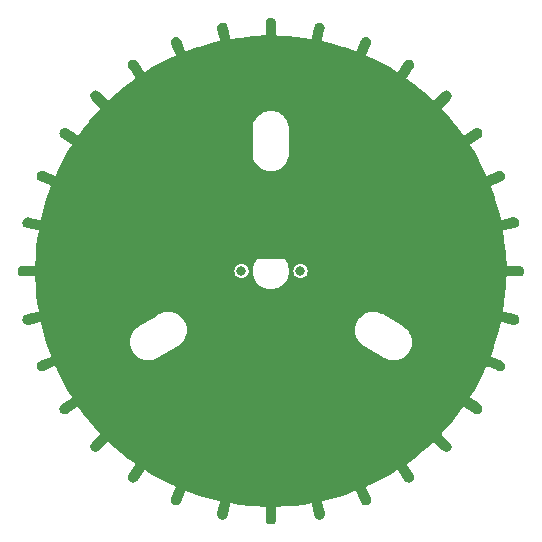
<source format=gbr>
G04 #@! TF.GenerationSoftware,KiCad,Pcbnew,(6.0.1-0)*
G04 #@! TF.CreationDate,2022-12-09T09:23:44-05:00*
G04 #@! TF.ProjectId,indexingWheel,696e6465-7869-46e6-9757-6865656c2e6b,rev?*
G04 #@! TF.SameCoordinates,Original*
G04 #@! TF.FileFunction,Copper,L1,Top*
G04 #@! TF.FilePolarity,Positive*
%FSLAX46Y46*%
G04 Gerber Fmt 4.6, Leading zero omitted, Abs format (unit mm)*
G04 Created by KiCad (PCBNEW (6.0.1-0)) date 2022-12-09 09:23:44*
%MOMM*%
%LPD*%
G01*
G04 APERTURE LIST*
G04 #@! TA.AperFunction,ViaPad*
%ADD10C,0.800000*%
G04 #@! TD*
G04 APERTURE END LIST*
D10*
X147000000Y-93000000D03*
X152000000Y-93000000D03*
G04 #@! TA.AperFunction,NonConductor*
G36*
X149558248Y-71557808D02*
G01*
X149600037Y-71563310D01*
X149631810Y-71571824D01*
X149709686Y-71604082D01*
X149738171Y-71620528D01*
X149805051Y-71671847D01*
X149828309Y-71695105D01*
X149879628Y-71761985D01*
X149896074Y-71790470D01*
X149928332Y-71868346D01*
X149936846Y-71900119D01*
X149948149Y-71985972D01*
X149948606Y-71989447D01*
X149948654Y-71993477D01*
X149945894Y-72000142D01*
X149948818Y-72007201D01*
X149948963Y-72019357D01*
X149948775Y-72021110D01*
X149950014Y-72029730D01*
X149950014Y-72995480D01*
X149947463Y-72995480D01*
X149948105Y-72999781D01*
X149945706Y-73005187D01*
X149949534Y-73015124D01*
X149949534Y-73015125D01*
X149950955Y-73018813D01*
X149960596Y-73043840D01*
X149961714Y-73044336D01*
X149961745Y-73044411D01*
X149963810Y-73045266D01*
X149998457Y-73060642D01*
X149999739Y-73060148D01*
X150000014Y-73060262D01*
X150007604Y-73057118D01*
X150008077Y-73056936D01*
X150009914Y-73057016D01*
X150022651Y-73058708D01*
X150029566Y-73057867D01*
X150725435Y-73088007D01*
X150730036Y-73088291D01*
X151168795Y-73123410D01*
X151452947Y-73146154D01*
X151457512Y-73146603D01*
X151771313Y-73183314D01*
X152177899Y-73230880D01*
X152182466Y-73231500D01*
X152891411Y-73340855D01*
X152890936Y-73343936D01*
X152896127Y-73344011D01*
X152899421Y-73346215D01*
X152900153Y-73346070D01*
X152900786Y-73346470D01*
X152918817Y-73342412D01*
X152921955Y-73341748D01*
X152923253Y-73341491D01*
X152923254Y-73341490D01*
X152940052Y-73338161D01*
X152940467Y-73337540D01*
X152941198Y-73337376D01*
X152948718Y-73325488D01*
X152951082Y-73321752D01*
X152952847Y-73319039D01*
X152953583Y-73317939D01*
X152953583Y-73317938D01*
X152957100Y-73312683D01*
X152957230Y-73312032D01*
X152963342Y-73302370D01*
X152961125Y-73292518D01*
X152961759Y-73289340D01*
X152964970Y-73278109D01*
X152965223Y-73271986D01*
X152971207Y-73242008D01*
X153153823Y-72327071D01*
X153155439Y-72327394D01*
X153155543Y-72324492D01*
X153160104Y-72317652D01*
X153158503Y-72309642D01*
X153158889Y-72308503D01*
X153158891Y-72308499D01*
X153188364Y-72221410D01*
X153202884Y-72191897D01*
X153217605Y-72169822D01*
X153249583Y-72121868D01*
X153271242Y-72097125D01*
X153334476Y-72041568D01*
X153361807Y-72023270D01*
X153437264Y-71985972D01*
X153468397Y-71975372D01*
X153550939Y-71958875D01*
X153583750Y-71956693D01*
X153667752Y-71962121D01*
X153700017Y-71968509D01*
X153779746Y-71995492D01*
X153809259Y-72010012D01*
X153809622Y-72010254D01*
X153879288Y-72056711D01*
X153904031Y-72078370D01*
X153944580Y-72124522D01*
X153959588Y-72141604D01*
X153977886Y-72168935D01*
X154015184Y-72244392D01*
X154025785Y-72275528D01*
X154042281Y-72358063D01*
X154044463Y-72390882D01*
X154038661Y-72480665D01*
X154037924Y-72484633D01*
X154033924Y-72490632D01*
X154035421Y-72498120D01*
X154033200Y-72510082D01*
X154032658Y-72511817D01*
X154032200Y-72520466D01*
X153854974Y-73412928D01*
X153844132Y-73467523D01*
X153841540Y-73467008D01*
X153841324Y-73471507D01*
X153837854Y-73476429D01*
X153844917Y-73517244D01*
X153845978Y-73517992D01*
X153846024Y-73518224D01*
X153851384Y-73521803D01*
X153853622Y-73523380D01*
X153853622Y-73523381D01*
X153864084Y-73530756D01*
X153864085Y-73530756D01*
X153878773Y-73541110D01*
X153879986Y-73540900D01*
X153880473Y-73541225D01*
X153889355Y-73539456D01*
X153890716Y-73539789D01*
X153903274Y-73544068D01*
X153910431Y-73544606D01*
X154179680Y-73610390D01*
X154586460Y-73709777D01*
X154590860Y-73710938D01*
X155288645Y-73908734D01*
X155293041Y-73910067D01*
X155983122Y-74133254D01*
X155987455Y-74134745D01*
X156591487Y-74354816D01*
X156661482Y-74380318D01*
X156660425Y-74383220D01*
X156665459Y-74384294D01*
X156668313Y-74387147D01*
X156669036Y-74387147D01*
X156669560Y-74387645D01*
X156682800Y-74387314D01*
X156688085Y-74387182D01*
X156691207Y-74387143D01*
X156692601Y-74387143D01*
X156692603Y-74387142D01*
X156709735Y-74387139D01*
X156710247Y-74386627D01*
X156710969Y-74386609D01*
X156723058Y-74373900D01*
X156723744Y-74373179D01*
X156725918Y-74370949D01*
X156726910Y-74369956D01*
X156731407Y-74365457D01*
X156731652Y-74364864D01*
X156739517Y-74356596D01*
X156739264Y-74346478D01*
X156740439Y-74343640D01*
X156745792Y-74333226D01*
X156747255Y-74327177D01*
X157115705Y-73437155D01*
X157117370Y-73437844D01*
X157118098Y-73434758D01*
X157124028Y-73428819D01*
X157124023Y-73420652D01*
X157124588Y-73419672D01*
X157124589Y-73419671D01*
X157170596Y-73339859D01*
X157190602Y-73313750D01*
X157250156Y-73254115D01*
X157276232Y-73234077D01*
X157349194Y-73191887D01*
X157379572Y-73179280D01*
X157460968Y-73157411D01*
X157493574Y-73153096D01*
X157535615Y-73153067D01*
X157577850Y-73153038D01*
X157610465Y-73157310D01*
X157691887Y-73179069D01*
X157722284Y-73191636D01*
X157795297Y-73233725D01*
X157821404Y-73253729D01*
X157881040Y-73313283D01*
X157901079Y-73339360D01*
X157943269Y-73412322D01*
X157955876Y-73442700D01*
X157977745Y-73524096D01*
X157982060Y-73556702D01*
X157982118Y-73640976D01*
X157977846Y-73673593D01*
X157954589Y-73760622D01*
X157953094Y-73764364D01*
X157948000Y-73769465D01*
X157948005Y-73777101D01*
X157943490Y-73788401D01*
X157942626Y-73789985D01*
X157940486Y-73798386D01*
X157571203Y-74690420D01*
X157568845Y-74689444D01*
X157567794Y-74693663D01*
X157563538Y-74697711D01*
X157563239Y-74709657D01*
X157562680Y-74709643D01*
X157562605Y-74710201D01*
X157563011Y-74710201D01*
X157563011Y-74710208D01*
X157563013Y-74716547D01*
X157563013Y-74717092D01*
X157562973Y-74720285D01*
X157562920Y-74722415D01*
X157562502Y-74739120D01*
X157563017Y-74739661D01*
X157563017Y-74740863D01*
X157586279Y-74764116D01*
X157591051Y-74769132D01*
X157591304Y-74769138D01*
X157592313Y-74770147D01*
X157602935Y-74770145D01*
X157604849Y-74771221D01*
X157615566Y-74777424D01*
X157623109Y-74779524D01*
X158252221Y-75072617D01*
X158256363Y-75074640D01*
X158902088Y-75404738D01*
X158906154Y-75406910D01*
X159539452Y-75760450D01*
X159543435Y-75762771D01*
X160156587Y-76135117D01*
X160154988Y-76137750D01*
X160159706Y-76139782D01*
X160161956Y-76143148D01*
X160162665Y-76143289D01*
X160163081Y-76143879D01*
X160181336Y-76147038D01*
X160184388Y-76147606D01*
X160185815Y-76147889D01*
X160185816Y-76147889D01*
X160202584Y-76151220D01*
X160203184Y-76150819D01*
X160203897Y-76150942D01*
X160219039Y-76140267D01*
X160221613Y-76138500D01*
X160222784Y-76137717D01*
X160222785Y-76137715D01*
X160228069Y-76134183D01*
X160228425Y-76133650D01*
X160237751Y-76127075D01*
X160239477Y-76117102D01*
X160241194Y-76114531D01*
X160248465Y-76105374D01*
X160251078Y-76099731D01*
X160299138Y-76027771D01*
X160787065Y-75297189D01*
X160788363Y-75298056D01*
X160789503Y-75295560D01*
X160796011Y-75291212D01*
X160797605Y-75283202D01*
X160798395Y-75282301D01*
X160798397Y-75282300D01*
X160859171Y-75213010D01*
X160883901Y-75191325D01*
X160954064Y-75144449D01*
X160983567Y-75129902D01*
X161063478Y-75102782D01*
X161095738Y-75096367D01*
X161108440Y-75095535D01*
X161179946Y-75090853D01*
X161212763Y-75093006D01*
X161295534Y-75109475D01*
X161326667Y-75120045D01*
X161402361Y-75157379D01*
X161429700Y-75175650D01*
X161468573Y-75209745D01*
X161493144Y-75231296D01*
X161514829Y-75256026D01*
X161553248Y-75313530D01*
X161561707Y-75326192D01*
X161576254Y-75355695D01*
X161603374Y-75435606D01*
X161609789Y-75467866D01*
X161615303Y-75552074D01*
X161613149Y-75584896D01*
X161596682Y-75667655D01*
X161586109Y-75698800D01*
X161546211Y-75779691D01*
X161544013Y-75783066D01*
X161538017Y-75787072D01*
X161536526Y-75794563D01*
X161529886Y-75804759D01*
X161528786Y-75806075D01*
X161525016Y-75813955D01*
X160988834Y-76616790D01*
X160986550Y-76615265D01*
X160984552Y-76619499D01*
X160979301Y-76622821D01*
X160976962Y-76633213D01*
X160974586Y-76643772D01*
X160970206Y-76663232D01*
X160970985Y-76664464D01*
X160970936Y-76664712D01*
X160974781Y-76670464D01*
X160992351Y-76698237D01*
X160993523Y-76698501D01*
X160993956Y-76699148D01*
X161003022Y-76700949D01*
X161003896Y-76701589D01*
X161014052Y-76710517D01*
X161020581Y-76713815D01*
X161581590Y-77124875D01*
X161585258Y-77127667D01*
X162154196Y-77577422D01*
X162157754Y-77580342D01*
X162709887Y-78050631D01*
X162713306Y-78053653D01*
X163163889Y-78466819D01*
X163242049Y-78538489D01*
X163239958Y-78540769D01*
X163244204Y-78543692D01*
X163245745Y-78547411D01*
X163246419Y-78547690D01*
X163246714Y-78548355D01*
X163262825Y-78554562D01*
X163263957Y-78554998D01*
X163266874Y-78556164D01*
X163284014Y-78563263D01*
X163284687Y-78562984D01*
X163285367Y-78563246D01*
X163294382Y-78559245D01*
X163294384Y-78559245D01*
X163302311Y-78555727D01*
X163305194Y-78554490D01*
X163306468Y-78553962D01*
X163312336Y-78551531D01*
X163312795Y-78551072D01*
X163323227Y-78546442D01*
X163326863Y-78537004D01*
X163329075Y-78534792D01*
X163337993Y-78527230D01*
X163341644Y-78522223D01*
X164023363Y-77840504D01*
X164024424Y-77841565D01*
X164025968Y-77839421D01*
X164033337Y-77836356D01*
X164036452Y-77828806D01*
X164110355Y-77771932D01*
X164138814Y-77755447D01*
X164216633Y-77723084D01*
X164248391Y-77714527D01*
X164331934Y-77703407D01*
X164364827Y-77703360D01*
X164448401Y-77714243D01*
X164480182Y-77722711D01*
X164558091Y-77754853D01*
X164586600Y-77771259D01*
X164653533Y-77822468D01*
X164676821Y-77845689D01*
X164728228Y-77912488D01*
X164744709Y-77940942D01*
X164770744Y-78003546D01*
X164777072Y-78018762D01*
X164785629Y-78050519D01*
X164796749Y-78134062D01*
X164796796Y-78166955D01*
X164794398Y-78185372D01*
X164785913Y-78250528D01*
X164777445Y-78282310D01*
X164745303Y-78360219D01*
X164728897Y-78388728D01*
X164674163Y-78460268D01*
X164671347Y-78463160D01*
X164664691Y-78465928D01*
X164661779Y-78472986D01*
X164653291Y-78481704D01*
X164651801Y-78482908D01*
X164646663Y-78489782D01*
X163964019Y-79172426D01*
X163962087Y-79170494D01*
X163959315Y-79174238D01*
X163953507Y-79176476D01*
X163936704Y-79214336D01*
X163937156Y-79215508D01*
X163936893Y-79216142D01*
X163943544Y-79232198D01*
X163944697Y-79235083D01*
X163951596Y-79252989D01*
X163952282Y-79253294D01*
X163952745Y-79254411D01*
X163962007Y-79258248D01*
X163962261Y-79258525D01*
X163970851Y-79269746D01*
X163976875Y-79274462D01*
X164446300Y-79786375D01*
X164449353Y-79789829D01*
X164919654Y-80341949D01*
X164922550Y-80345478D01*
X165363677Y-80903474D01*
X165372336Y-80914427D01*
X165375124Y-80918090D01*
X165585086Y-81204628D01*
X165799127Y-81496734D01*
X165796627Y-81498566D01*
X165800227Y-81502269D01*
X165801008Y-81506200D01*
X165801620Y-81506609D01*
X165801781Y-81507326D01*
X165817493Y-81517265D01*
X165820023Y-81518912D01*
X165835444Y-81529220D01*
X165836165Y-81529077D01*
X165836787Y-81529470D01*
X165846404Y-81527306D01*
X165846405Y-81527306D01*
X165854846Y-81525406D01*
X165857949Y-81524749D01*
X165859290Y-81524483D01*
X165859291Y-81524482D01*
X165865512Y-81523246D01*
X165866056Y-81522883D01*
X165877198Y-81520375D01*
X165882602Y-81511832D01*
X165885244Y-81510067D01*
X165895458Y-81504394D01*
X165899994Y-81500217D01*
X166702518Y-80964242D01*
X166703377Y-80965529D01*
X166705371Y-80963674D01*
X166713084Y-80962139D01*
X166717621Y-80955348D01*
X166801356Y-80914047D01*
X166832501Y-80903474D01*
X166915260Y-80887007D01*
X166948082Y-80884853D01*
X167019588Y-80889535D01*
X167032290Y-80890367D01*
X167064550Y-80896782D01*
X167144461Y-80923902D01*
X167173962Y-80938448D01*
X167200569Y-80956224D01*
X167244130Y-80985327D01*
X167268860Y-81007012D01*
X167324505Y-81070454D01*
X167342777Y-81097795D01*
X167380111Y-81173489D01*
X167390681Y-81204622D01*
X167407150Y-81287393D01*
X167409303Y-81320210D01*
X167403789Y-81404418D01*
X167397374Y-81436678D01*
X167370254Y-81516589D01*
X167355707Y-81546092D01*
X167308831Y-81616255D01*
X167287146Y-81640985D01*
X167219338Y-81700459D01*
X167216014Y-81702738D01*
X167208944Y-81704145D01*
X167204702Y-81710494D01*
X167194665Y-81717376D01*
X167193086Y-81718202D01*
X167186625Y-81724005D01*
X166400426Y-82249077D01*
X166383099Y-82260649D01*
X166381685Y-82258532D01*
X166378469Y-82261450D01*
X166372607Y-82262465D01*
X166348740Y-82296320D01*
X166348952Y-82297547D01*
X166348936Y-82297572D01*
X166349096Y-82298378D01*
X166355803Y-82337135D01*
X166356958Y-82337949D01*
X166357008Y-82338200D01*
X166362901Y-82342139D01*
X166364228Y-82343075D01*
X166365188Y-82344656D01*
X166370835Y-82356142D01*
X166375355Y-82361398D01*
X166736922Y-82956787D01*
X166739242Y-82960770D01*
X167092758Y-83594008D01*
X167094931Y-83598074D01*
X167131707Y-83670012D01*
X167410436Y-84215237D01*
X167425039Y-84243803D01*
X167427057Y-84247935D01*
X167567462Y-84549298D01*
X167730011Y-84898193D01*
X167727198Y-84899504D01*
X167730010Y-84903842D01*
X167730009Y-84907843D01*
X167730529Y-84908363D01*
X167730547Y-84909096D01*
X167743951Y-84921847D01*
X167746185Y-84924026D01*
X167759293Y-84937139D01*
X167760027Y-84937139D01*
X167760559Y-84937645D01*
X167770414Y-84937398D01*
X167770415Y-84937399D01*
X167779042Y-84937183D01*
X167782203Y-84937143D01*
X167789948Y-84937145D01*
X167790553Y-84936895D01*
X167801968Y-84936609D01*
X167808935Y-84929285D01*
X167811880Y-84928066D01*
X167822993Y-84924498D01*
X167828258Y-84921286D01*
X168719984Y-84552130D01*
X168720451Y-84553259D01*
X168722281Y-84552127D01*
X168729783Y-84552118D01*
X168735552Y-84546336D01*
X168797657Y-84529617D01*
X168825695Y-84522069D01*
X168858301Y-84517737D01*
X168900194Y-84517688D01*
X168942682Y-84517638D01*
X168975293Y-84521892D01*
X169050228Y-84541877D01*
X169056826Y-84543637D01*
X169087228Y-84556189D01*
X169160352Y-84598293D01*
X169186468Y-84618284D01*
X169246207Y-84677883D01*
X169266254Y-84703946D01*
X169308532Y-84776976D01*
X169321154Y-84807350D01*
X169343087Y-84888824D01*
X169347419Y-84921429D01*
X169347518Y-85005807D01*
X169343264Y-85038421D01*
X169331968Y-85080775D01*
X169321519Y-85119954D01*
X169308967Y-85150356D01*
X169266863Y-85223480D01*
X169246872Y-85249596D01*
X169187274Y-85309334D01*
X169161209Y-85329383D01*
X169112795Y-85357410D01*
X169083154Y-85374569D01*
X169079457Y-85376157D01*
X169072245Y-85376166D01*
X169066849Y-85381574D01*
X169055675Y-85386375D01*
X169053838Y-85386917D01*
X169046459Y-85391300D01*
X168154551Y-85760531D01*
X168153550Y-85758112D01*
X168149723Y-85760410D01*
X168143674Y-85760259D01*
X168134786Y-85768713D01*
X168134377Y-85768283D01*
X168133417Y-85769018D01*
X168132946Y-85768402D01*
X168132581Y-85768499D01*
X168133735Y-85769712D01*
X168113660Y-85788807D01*
X168113635Y-85789803D01*
X168113017Y-85790421D01*
X168113015Y-85800108D01*
X168113012Y-85813180D01*
X168113005Y-85813715D01*
X168113012Y-85813740D01*
X168113012Y-85814745D01*
X168112626Y-85830215D01*
X168113009Y-85830618D01*
X168113009Y-85831843D01*
X168120235Y-85839072D01*
X168120368Y-85839438D01*
X168124016Y-85853114D01*
X168127784Y-85859790D01*
X168365547Y-86512346D01*
X168367045Y-86516706D01*
X168590228Y-87206739D01*
X168591566Y-87211150D01*
X168789364Y-87908897D01*
X168790540Y-87913354D01*
X168960815Y-88610225D01*
X168957805Y-88610961D01*
X168959713Y-88615759D01*
X168958931Y-88619683D01*
X168959340Y-88620296D01*
X168959214Y-88621024D01*
X168964894Y-88629081D01*
X168964894Y-88629082D01*
X168969876Y-88636150D01*
X168971677Y-88638774D01*
X168981932Y-88654132D01*
X168982656Y-88654276D01*
X168983081Y-88654879D01*
X169001277Y-88658028D01*
X169004378Y-88658604D01*
X169011996Y-88660122D01*
X169012640Y-88659994D01*
X169023896Y-88661942D01*
X169032157Y-88656118D01*
X169035274Y-88655499D01*
X169046885Y-88654167D01*
X169052675Y-88652044D01*
X169998533Y-88464214D01*
X169998798Y-88465549D01*
X170001044Y-88464711D01*
X170008628Y-88466211D01*
X170015415Y-88461666D01*
X170108409Y-88455473D01*
X170141233Y-88457591D01*
X170157192Y-88460748D01*
X170223848Y-88473935D01*
X170255005Y-88484475D01*
X170330578Y-88521645D01*
X170357946Y-88539890D01*
X170421323Y-88595353D01*
X170443037Y-88620061D01*
X170489902Y-88690041D01*
X170504481Y-88719526D01*
X170531635Y-88799245D01*
X170538085Y-88831498D01*
X170543682Y-88915536D01*
X170541565Y-88948362D01*
X170525221Y-89030976D01*
X170514681Y-89062133D01*
X170477511Y-89137706D01*
X170459266Y-89165074D01*
X170403803Y-89228451D01*
X170379095Y-89250165D01*
X170309115Y-89297030D01*
X170279632Y-89311608D01*
X170194418Y-89340634D01*
X170190474Y-89341472D01*
X170183400Y-89340073D01*
X170177055Y-89344322D01*
X170165158Y-89346849D01*
X170163367Y-89347011D01*
X170155184Y-89349906D01*
X169208444Y-89538870D01*
X169207944Y-89536363D01*
X169203844Y-89537835D01*
X169198149Y-89536554D01*
X169188054Y-89542940D01*
X169187756Y-89542469D01*
X169187250Y-89542717D01*
X169187476Y-89543054D01*
X169187473Y-89543056D01*
X169183489Y-89545722D01*
X169181939Y-89546759D01*
X169179261Y-89548502D01*
X169163143Y-89558698D01*
X169162974Y-89559449D01*
X169161995Y-89560104D01*
X169160043Y-89569954D01*
X169160042Y-89569955D01*
X169157779Y-89581372D01*
X169155842Y-89591147D01*
X169154050Y-89599109D01*
X169154212Y-89599366D01*
X169153941Y-89600735D01*
X169159824Y-89609528D01*
X169159828Y-89609555D01*
X169159874Y-89610148D01*
X169160769Y-89624066D01*
X169163212Y-89631491D01*
X169269033Y-90317474D01*
X169269652Y-90322042D01*
X169353930Y-91042374D01*
X169354381Y-91046947D01*
X169378247Y-91345082D01*
X169412254Y-91769902D01*
X169412538Y-91774502D01*
X169443589Y-92491222D01*
X169440501Y-92491356D01*
X169441435Y-92496422D01*
X169439894Y-92500142D01*
X169440173Y-92500815D01*
X169439911Y-92501495D01*
X169447351Y-92518258D01*
X169447415Y-92518403D01*
X169448642Y-92521262D01*
X169455745Y-92538411D01*
X169456418Y-92538690D01*
X169456714Y-92539356D01*
X169474024Y-92546024D01*
X169476890Y-92547170D01*
X169478197Y-92547711D01*
X169484067Y-92550142D01*
X169484715Y-92550142D01*
X169495367Y-92554245D01*
X169504612Y-92550142D01*
X169507749Y-92550142D01*
X169519396Y-92551100D01*
X169525514Y-92550142D01*
X170490067Y-92550142D01*
X170490067Y-92551688D01*
X170492750Y-92551253D01*
X170500014Y-92554262D01*
X170507562Y-92551136D01*
X170590090Y-92562000D01*
X170600037Y-92563310D01*
X170631810Y-92571824D01*
X170709686Y-92604082D01*
X170738171Y-92620528D01*
X170805051Y-92671847D01*
X170828309Y-92695105D01*
X170879628Y-92761985D01*
X170896074Y-92790470D01*
X170928332Y-92868346D01*
X170936846Y-92900119D01*
X170947849Y-92983696D01*
X170947849Y-93016588D01*
X170936846Y-93100165D01*
X170928332Y-93131938D01*
X170896074Y-93209814D01*
X170879628Y-93238299D01*
X170828309Y-93305179D01*
X170805051Y-93328437D01*
X170738171Y-93379756D01*
X170709686Y-93396202D01*
X170631810Y-93428460D01*
X170600037Y-93436974D01*
X170510707Y-93448734D01*
X170506679Y-93448782D01*
X170500014Y-93446022D01*
X170492955Y-93448946D01*
X170480799Y-93449091D01*
X170479046Y-93448903D01*
X170470426Y-93450142D01*
X169504676Y-93450142D01*
X169504676Y-93447591D01*
X169500375Y-93448233D01*
X169494969Y-93445834D01*
X169485032Y-93449662D01*
X169485031Y-93449662D01*
X169482472Y-93450648D01*
X169456316Y-93460724D01*
X169455820Y-93461842D01*
X169455745Y-93461873D01*
X169454890Y-93463938D01*
X169439514Y-93498585D01*
X169440008Y-93499867D01*
X169439894Y-93500142D01*
X169443038Y-93507732D01*
X169443220Y-93508205D01*
X169443140Y-93510042D01*
X169441448Y-93522779D01*
X169442289Y-93529694D01*
X169412149Y-94225563D01*
X169411865Y-94230164D01*
X169354003Y-94953063D01*
X169353553Y-94957640D01*
X169352632Y-94965513D01*
X169269276Y-95678027D01*
X169268656Y-95682594D01*
X169159301Y-96391539D01*
X169156220Y-96391064D01*
X169156145Y-96396255D01*
X169153941Y-96399549D01*
X169154086Y-96400281D01*
X169153686Y-96400914D01*
X169157737Y-96418912D01*
X169158408Y-96422083D01*
X169161995Y-96440180D01*
X169162616Y-96440595D01*
X169162780Y-96441326D01*
X169171100Y-96446589D01*
X169178404Y-96451210D01*
X169181117Y-96452975D01*
X169182217Y-96453711D01*
X169182218Y-96453711D01*
X169187473Y-96457228D01*
X169188124Y-96457358D01*
X169197786Y-96463470D01*
X169207638Y-96461253D01*
X169210816Y-96461887D01*
X169222047Y-96465098D01*
X169228170Y-96465351D01*
X169716555Y-96562830D01*
X170173085Y-96653951D01*
X170172762Y-96655567D01*
X170175664Y-96655671D01*
X170182504Y-96660232D01*
X170190514Y-96658631D01*
X170191653Y-96659017D01*
X170191657Y-96659019D01*
X170278746Y-96688492D01*
X170308259Y-96703012D01*
X170378288Y-96749711D01*
X170403031Y-96771370D01*
X170458588Y-96834604D01*
X170476886Y-96861935D01*
X170514184Y-96937392D01*
X170524784Y-96968525D01*
X170541281Y-97051067D01*
X170543463Y-97083878D01*
X170540626Y-97127777D01*
X170538035Y-97167878D01*
X170531647Y-97200145D01*
X170504664Y-97279874D01*
X170490144Y-97309387D01*
X170443445Y-97379416D01*
X170421786Y-97404159D01*
X170369485Y-97450110D01*
X170358552Y-97459716D01*
X170331221Y-97478014D01*
X170255764Y-97515312D01*
X170224628Y-97525913D01*
X170142090Y-97542409D01*
X170109278Y-97544591D01*
X170019490Y-97538789D01*
X170015523Y-97538052D01*
X170009524Y-97534052D01*
X170002036Y-97535549D01*
X169990074Y-97533328D01*
X169988339Y-97532786D01*
X169979690Y-97532328D01*
X169032633Y-97344260D01*
X169033148Y-97341668D01*
X169028649Y-97341452D01*
X169023727Y-97337982D01*
X169007096Y-97340860D01*
X169000761Y-97341956D01*
X169000760Y-97341956D01*
X168982912Y-97345045D01*
X168982164Y-97346106D01*
X168981932Y-97346152D01*
X168978353Y-97351512D01*
X168976776Y-97353749D01*
X168970359Y-97362853D01*
X168959046Y-97378901D01*
X168959256Y-97380114D01*
X168958931Y-97380601D01*
X168960700Y-97389483D01*
X168960367Y-97390844D01*
X168956088Y-97403402D01*
X168955550Y-97410559D01*
X168888213Y-97686164D01*
X168804192Y-98030057D01*
X168790385Y-98086566D01*
X168789218Y-98090988D01*
X168591427Y-98788758D01*
X168590089Y-98793169D01*
X168413601Y-99338860D01*
X168366906Y-99483237D01*
X168365411Y-99487583D01*
X168119838Y-100161610D01*
X168116936Y-100160553D01*
X168115862Y-100165587D01*
X168113009Y-100168441D01*
X168113009Y-100169164D01*
X168112511Y-100169688D01*
X168112758Y-100179554D01*
X168112974Y-100188213D01*
X168113013Y-100191335D01*
X168113013Y-100192729D01*
X168113014Y-100192731D01*
X168113017Y-100209863D01*
X168113529Y-100210375D01*
X168113547Y-100211097D01*
X168120699Y-100217900D01*
X168126977Y-100223872D01*
X168129207Y-100226046D01*
X168134699Y-100231535D01*
X168135292Y-100231780D01*
X168143560Y-100239645D01*
X168153678Y-100239392D01*
X168156516Y-100240567D01*
X168166930Y-100245920D01*
X168172979Y-100247383D01*
X169063001Y-100615833D01*
X169062312Y-100617498D01*
X169065398Y-100618226D01*
X169071337Y-100624156D01*
X169079504Y-100624151D01*
X169080484Y-100624716D01*
X169080485Y-100624717D01*
X169160297Y-100670724D01*
X169186406Y-100690730D01*
X169246041Y-100750284D01*
X169266079Y-100776360D01*
X169308269Y-100849322D01*
X169320876Y-100879700D01*
X169342745Y-100961096D01*
X169347060Y-100993702D01*
X169347118Y-101077347D01*
X169347118Y-101077976D01*
X169342846Y-101110593D01*
X169321087Y-101192015D01*
X169308520Y-101222412D01*
X169266431Y-101295425D01*
X169246427Y-101321532D01*
X169186873Y-101381168D01*
X169160796Y-101401207D01*
X169087834Y-101443397D01*
X169057456Y-101456004D01*
X168976060Y-101477873D01*
X168943454Y-101482188D01*
X168901413Y-101482217D01*
X168859178Y-101482246D01*
X168826563Y-101477974D01*
X168739534Y-101454717D01*
X168735792Y-101453222D01*
X168730691Y-101448128D01*
X168723055Y-101448133D01*
X168711755Y-101443618D01*
X168710171Y-101442754D01*
X168701769Y-101440614D01*
X168641274Y-101415570D01*
X167809736Y-101071331D01*
X167810712Y-101068973D01*
X167806493Y-101067922D01*
X167802445Y-101063666D01*
X167790499Y-101063367D01*
X167790513Y-101062808D01*
X167789955Y-101062733D01*
X167789955Y-101063139D01*
X167789948Y-101063139D01*
X167783034Y-101063141D01*
X167779871Y-101063101D01*
X167777741Y-101063048D01*
X167777740Y-101063048D01*
X167761036Y-101062630D01*
X167760495Y-101063145D01*
X167759293Y-101063145D01*
X167736040Y-101086407D01*
X167731024Y-101091179D01*
X167731018Y-101091432D01*
X167730009Y-101092441D01*
X167730011Y-101103063D01*
X167728935Y-101104977D01*
X167722732Y-101115694D01*
X167720632Y-101123236D01*
X167644909Y-101285774D01*
X167427539Y-101752349D01*
X167425516Y-101756491D01*
X167095418Y-102402216D01*
X167093246Y-102406282D01*
X166739706Y-103039580D01*
X166737385Y-103043563D01*
X166365039Y-103656715D01*
X166362406Y-103655116D01*
X166360374Y-103659834D01*
X166357008Y-103662084D01*
X166356867Y-103662793D01*
X166356277Y-103663209D01*
X166354594Y-103672934D01*
X166353119Y-103681457D01*
X166352550Y-103684516D01*
X166352267Y-103685943D01*
X166348936Y-103702712D01*
X166349337Y-103703312D01*
X166349214Y-103704025D01*
X166358704Y-103717486D01*
X166359889Y-103719167D01*
X166361656Y-103721741D01*
X166362439Y-103722912D01*
X166362441Y-103722913D01*
X166365973Y-103728197D01*
X166366506Y-103728553D01*
X166373081Y-103737879D01*
X166383054Y-103739605D01*
X166385625Y-103741322D01*
X166394782Y-103748593D01*
X166400423Y-103751205D01*
X167081973Y-104206386D01*
X167202967Y-104287193D01*
X167202100Y-104288491D01*
X167204596Y-104289631D01*
X167208944Y-104296139D01*
X167216954Y-104297733D01*
X167217855Y-104298523D01*
X167217856Y-104298525D01*
X167287146Y-104359299D01*
X167308831Y-104384029D01*
X167355707Y-104454192D01*
X167370254Y-104483695D01*
X167397374Y-104563606D01*
X167403789Y-104595866D01*
X167409303Y-104680074D01*
X167407150Y-104712891D01*
X167390681Y-104795662D01*
X167380111Y-104826795D01*
X167342777Y-104902489D01*
X167324505Y-104929830D01*
X167268860Y-104993272D01*
X167244130Y-105014957D01*
X167221593Y-105030014D01*
X167197154Y-105046342D01*
X167173964Y-105061835D01*
X167144461Y-105076382D01*
X167064550Y-105103502D01*
X167032290Y-105109917D01*
X167019588Y-105110749D01*
X166948082Y-105115431D01*
X166915260Y-105113277D01*
X166832501Y-105096810D01*
X166801355Y-105086236D01*
X166796929Y-105084053D01*
X166720465Y-105046339D01*
X166717090Y-105044141D01*
X166713084Y-105038145D01*
X166705593Y-105036654D01*
X166695397Y-105030014D01*
X166694081Y-105028914D01*
X166686200Y-105025144D01*
X165883366Y-104488962D01*
X165884891Y-104486678D01*
X165880657Y-104484680D01*
X165877335Y-104479429D01*
X165866943Y-104477090D01*
X165854596Y-104474311D01*
X165854595Y-104474311D01*
X165836924Y-104470334D01*
X165835692Y-104471113D01*
X165835444Y-104471064D01*
X165829692Y-104474909D01*
X165801919Y-104492479D01*
X165801655Y-104493651D01*
X165801008Y-104494084D01*
X165799207Y-104503150D01*
X165798567Y-104504024D01*
X165789639Y-104514180D01*
X165786341Y-104520709D01*
X165375281Y-105081718D01*
X165372489Y-105085386D01*
X164922734Y-105654324D01*
X164919814Y-105657882D01*
X164449525Y-106210015D01*
X164446503Y-106213434D01*
X163961667Y-106742177D01*
X163959387Y-106740086D01*
X163956464Y-106744332D01*
X163952745Y-106745873D01*
X163952466Y-106746547D01*
X163951801Y-106746842D01*
X163948255Y-106756047D01*
X163945158Y-106764085D01*
X163943992Y-106767002D01*
X163936893Y-106784142D01*
X163937172Y-106784815D01*
X163936910Y-106785495D01*
X163940911Y-106794510D01*
X163940911Y-106794512D01*
X163944429Y-106802439D01*
X163945666Y-106805322D01*
X163948625Y-106812464D01*
X163949084Y-106812923D01*
X163953714Y-106823355D01*
X163963152Y-106826991D01*
X163965364Y-106829203D01*
X163972926Y-106838121D01*
X163977933Y-106841772D01*
X164659652Y-107523491D01*
X164658591Y-107524552D01*
X164660735Y-107526096D01*
X164663800Y-107533465D01*
X164671350Y-107536580D01*
X164691549Y-107562826D01*
X164728223Y-107610481D01*
X164744709Y-107638942D01*
X164763276Y-107683588D01*
X164777072Y-107716762D01*
X164785629Y-107748519D01*
X164796749Y-107832062D01*
X164796796Y-107864958D01*
X164785913Y-107948528D01*
X164777445Y-107980310D01*
X164745303Y-108058219D01*
X164728897Y-108086728D01*
X164677688Y-108153661D01*
X164654467Y-108176949D01*
X164587668Y-108228356D01*
X164559214Y-108244837D01*
X164496610Y-108270872D01*
X164481394Y-108277200D01*
X164449637Y-108285757D01*
X164366094Y-108296877D01*
X164333201Y-108296924D01*
X164249627Y-108286041D01*
X164217846Y-108277573D01*
X164139937Y-108245431D01*
X164111428Y-108229025D01*
X164039888Y-108174291D01*
X164036996Y-108171475D01*
X164034228Y-108164819D01*
X164027170Y-108161907D01*
X164018452Y-108153419D01*
X164017248Y-108151929D01*
X164010374Y-108146791D01*
X163327730Y-107464147D01*
X163329662Y-107462215D01*
X163325918Y-107459443D01*
X163323680Y-107453635D01*
X163285820Y-107436832D01*
X163284648Y-107437284D01*
X163284014Y-107437021D01*
X163267958Y-107443672D01*
X163265073Y-107444825D01*
X163262745Y-107445722D01*
X163247167Y-107451724D01*
X163246862Y-107452410D01*
X163245745Y-107452873D01*
X163241908Y-107462135D01*
X163241631Y-107462389D01*
X163230410Y-107470979D01*
X163225694Y-107477003D01*
X162713781Y-107946428D01*
X162710327Y-107949481D01*
X162709994Y-107949765D01*
X162158207Y-108419782D01*
X162154678Y-108422678D01*
X161585729Y-108872464D01*
X161582066Y-108875252D01*
X161003422Y-109299255D01*
X161001590Y-109296755D01*
X160997887Y-109300355D01*
X160993956Y-109301136D01*
X160993547Y-109301748D01*
X160992830Y-109301909D01*
X160982891Y-109317621D01*
X160981244Y-109320151D01*
X160970936Y-109335572D01*
X160971079Y-109336293D01*
X160970686Y-109336915D01*
X160972850Y-109346532D01*
X160972850Y-109346533D01*
X160974750Y-109354974D01*
X160975407Y-109358077D01*
X160975673Y-109359418D01*
X160975674Y-109359419D01*
X160976910Y-109365640D01*
X160977273Y-109366184D01*
X160979781Y-109377326D01*
X160988324Y-109382730D01*
X160990089Y-109385372D01*
X160995762Y-109395586D01*
X160999939Y-109400122D01*
X161535914Y-110202646D01*
X161534627Y-110203505D01*
X161536482Y-110205499D01*
X161538017Y-110213212D01*
X161544808Y-110217749D01*
X161586108Y-110301483D01*
X161596682Y-110332629D01*
X161613149Y-110415388D01*
X161615303Y-110448210D01*
X161609789Y-110532418D01*
X161603374Y-110564678D01*
X161576254Y-110644589D01*
X161561708Y-110674090D01*
X161542907Y-110702231D01*
X161514829Y-110744258D01*
X161493144Y-110768988D01*
X161458080Y-110799743D01*
X161429702Y-110824633D01*
X161402361Y-110842905D01*
X161326667Y-110880239D01*
X161295534Y-110890809D01*
X161212763Y-110907278D01*
X161179946Y-110909431D01*
X161108440Y-110904749D01*
X161095738Y-110903917D01*
X161063478Y-110897502D01*
X160983567Y-110870382D01*
X160954064Y-110855835D01*
X160883901Y-110808959D01*
X160859171Y-110787274D01*
X160799697Y-110719466D01*
X160797418Y-110716142D01*
X160796011Y-110709072D01*
X160789662Y-110704830D01*
X160782780Y-110694793D01*
X160781954Y-110693214D01*
X160776151Y-110686753D01*
X160239507Y-109883227D01*
X160241624Y-109881813D01*
X160238706Y-109878597D01*
X160237691Y-109872735D01*
X160203836Y-109848868D01*
X160202609Y-109849080D01*
X160202584Y-109849064D01*
X160201778Y-109849224D01*
X160163021Y-109855931D01*
X160162207Y-109857086D01*
X160161956Y-109857136D01*
X160158017Y-109863029D01*
X160157081Y-109864356D01*
X160155500Y-109865316D01*
X160144014Y-109870963D01*
X160138758Y-109875483D01*
X159543369Y-110237050D01*
X159539386Y-110239370D01*
X158906148Y-110592886D01*
X158902082Y-110595059D01*
X158256353Y-110925167D01*
X158252214Y-110927189D01*
X157622092Y-111220761D01*
X157601963Y-111230139D01*
X157600652Y-111227326D01*
X157596314Y-111230138D01*
X157592313Y-111230137D01*
X157591793Y-111230657D01*
X157591060Y-111230675D01*
X157578309Y-111244079D01*
X157576130Y-111246313D01*
X157563017Y-111259421D01*
X157563017Y-111260155D01*
X157562511Y-111260687D01*
X157562758Y-111270542D01*
X157562757Y-111270543D01*
X157562973Y-111279170D01*
X157563013Y-111282331D01*
X157563011Y-111290076D01*
X157563261Y-111290681D01*
X157563547Y-111302096D01*
X157570871Y-111309063D01*
X157572090Y-111312008D01*
X157575658Y-111323121D01*
X157578870Y-111328386D01*
X157948026Y-112220112D01*
X157946897Y-112220579D01*
X157948029Y-112222409D01*
X157948038Y-112229911D01*
X157953820Y-112235680D01*
X157968265Y-112289337D01*
X157978087Y-112325823D01*
X157982419Y-112358429D01*
X157982518Y-112442807D01*
X157978264Y-112475421D01*
X157963098Y-112532285D01*
X157956519Y-112556954D01*
X157943967Y-112587356D01*
X157901863Y-112660480D01*
X157881872Y-112686596D01*
X157822273Y-112746335D01*
X157796210Y-112766382D01*
X157723180Y-112808660D01*
X157692806Y-112821282D01*
X157611332Y-112843215D01*
X157578727Y-112847547D01*
X157536834Y-112847596D01*
X157494346Y-112847646D01*
X157461735Y-112843392D01*
X157380202Y-112821647D01*
X157349800Y-112809095D01*
X157276676Y-112766991D01*
X157250560Y-112747000D01*
X157190822Y-112687402D01*
X157170772Y-112661335D01*
X157170519Y-112660897D01*
X157125587Y-112583282D01*
X157123999Y-112579585D01*
X157123990Y-112572373D01*
X157118582Y-112566977D01*
X157113781Y-112555803D01*
X157113239Y-112553966D01*
X157108855Y-112546585D01*
X157103346Y-112533276D01*
X156739625Y-111654679D01*
X156742044Y-111653678D01*
X156739746Y-111649851D01*
X156739897Y-111643802D01*
X156731443Y-111634914D01*
X156731873Y-111634505D01*
X156731138Y-111633545D01*
X156731754Y-111633074D01*
X156731657Y-111632709D01*
X156730444Y-111633863D01*
X156725095Y-111628240D01*
X156711349Y-111613788D01*
X156710353Y-111613763D01*
X156709735Y-111613145D01*
X156700049Y-111613143D01*
X156686976Y-111613140D01*
X156686441Y-111613133D01*
X156686416Y-111613140D01*
X156685411Y-111613140D01*
X156669941Y-111612754D01*
X156669538Y-111613137D01*
X156668313Y-111613137D01*
X156661084Y-111620363D01*
X156660718Y-111620496D01*
X156647042Y-111624144D01*
X156640367Y-111627911D01*
X156569298Y-111653806D01*
X155987810Y-111865675D01*
X155983450Y-111867173D01*
X155293417Y-112090356D01*
X155289006Y-112091694D01*
X154591259Y-112289492D01*
X154586802Y-112290668D01*
X153897171Y-112459174D01*
X153889931Y-112460943D01*
X153889195Y-112457933D01*
X153884397Y-112459841D01*
X153880473Y-112459059D01*
X153879860Y-112459468D01*
X153879132Y-112459342D01*
X153871075Y-112465022D01*
X153871074Y-112465022D01*
X153864006Y-112470004D01*
X153861382Y-112471805D01*
X153846024Y-112482060D01*
X153845880Y-112482784D01*
X153845277Y-112483209D01*
X153843597Y-112492918D01*
X153842130Y-112501394D01*
X153841552Y-112504506D01*
X153840034Y-112512124D01*
X153840162Y-112512768D01*
X153838214Y-112524024D01*
X153844038Y-112532285D01*
X153844657Y-112535402D01*
X153845989Y-112547013D01*
X153848112Y-112552803D01*
X154035942Y-113498661D01*
X154034607Y-113498926D01*
X154035445Y-113501172D01*
X154033945Y-113508756D01*
X154038490Y-113515543D01*
X154038569Y-113516729D01*
X154044683Y-113608536D01*
X154042565Y-113641362D01*
X154026221Y-113723976D01*
X154015681Y-113755133D01*
X153978511Y-113830706D01*
X153960266Y-113858074D01*
X153904803Y-113921451D01*
X153880095Y-113943165D01*
X153810115Y-113990030D01*
X153780630Y-114004609D01*
X153700911Y-114031763D01*
X153668658Y-114038213D01*
X153584620Y-114043810D01*
X153551794Y-114041693D01*
X153550359Y-114041409D01*
X153501661Y-114031775D01*
X153469180Y-114025349D01*
X153438023Y-114014809D01*
X153362450Y-113977639D01*
X153335082Y-113959394D01*
X153271705Y-113903931D01*
X153249991Y-113879223D01*
X153203126Y-113809243D01*
X153188547Y-113779759D01*
X153188246Y-113778874D01*
X153159522Y-113694546D01*
X153158684Y-113690602D01*
X153160083Y-113683528D01*
X153155834Y-113677183D01*
X153153307Y-113665286D01*
X153153145Y-113663495D01*
X153150250Y-113655312D01*
X152961286Y-112708572D01*
X152963793Y-112708072D01*
X152962321Y-112703972D01*
X152963602Y-112698277D01*
X152957216Y-112688182D01*
X152957687Y-112687884D01*
X152957436Y-112687373D01*
X152957099Y-112687599D01*
X152953385Y-112682048D01*
X152951623Y-112679340D01*
X152950402Y-112677410D01*
X152941458Y-112663271D01*
X152940707Y-112663102D01*
X152940052Y-112662123D01*
X152930202Y-112660171D01*
X152930201Y-112660170D01*
X152917174Y-112657588D01*
X152917173Y-112657588D01*
X152909009Y-112655970D01*
X152901047Y-112654178D01*
X152900790Y-112654340D01*
X152899421Y-112654069D01*
X152890628Y-112659952D01*
X152890601Y-112659956D01*
X152890008Y-112660002D01*
X152876090Y-112660897D01*
X152868665Y-112663340D01*
X152640760Y-112698497D01*
X152182825Y-112769139D01*
X152182682Y-112769161D01*
X152178115Y-112769780D01*
X151457767Y-112854059D01*
X151453209Y-112854509D01*
X151155074Y-112878375D01*
X150730254Y-112912382D01*
X150725654Y-112912666D01*
X150008934Y-112943717D01*
X150008800Y-112940629D01*
X150003734Y-112941563D01*
X150000014Y-112940022D01*
X149999341Y-112940301D01*
X149998661Y-112940039D01*
X149981734Y-112947551D01*
X149978894Y-112948770D01*
X149961745Y-112955873D01*
X149961466Y-112956546D01*
X149960800Y-112956842D01*
X149954132Y-112974152D01*
X149952986Y-112977018D01*
X149950014Y-112984195D01*
X149950014Y-112984843D01*
X149945911Y-112995495D01*
X149950014Y-113004740D01*
X149950014Y-113007877D01*
X149949056Y-113019524D01*
X149950014Y-113025642D01*
X149950014Y-113990195D01*
X149948468Y-113990195D01*
X149948903Y-113992878D01*
X149945894Y-114000142D01*
X149949020Y-114007690D01*
X149938156Y-114090218D01*
X149936846Y-114100165D01*
X149928332Y-114131938D01*
X149896074Y-114209814D01*
X149879628Y-114238299D01*
X149828309Y-114305179D01*
X149805051Y-114328437D01*
X149738171Y-114379756D01*
X149709686Y-114396202D01*
X149631810Y-114428460D01*
X149600037Y-114436974D01*
X149558249Y-114442475D01*
X149516459Y-114447977D01*
X149483569Y-114447977D01*
X149441779Y-114442475D01*
X149399991Y-114436974D01*
X149368218Y-114428460D01*
X149290342Y-114396202D01*
X149261857Y-114379756D01*
X149194977Y-114328437D01*
X149171719Y-114305179D01*
X149120400Y-114238299D01*
X149103954Y-114209814D01*
X149071696Y-114131938D01*
X149063182Y-114100165D01*
X149061510Y-114087461D01*
X149051422Y-114010835D01*
X149051374Y-114006807D01*
X149054134Y-114000142D01*
X149051210Y-113993083D01*
X149051065Y-113980927D01*
X149051253Y-113979174D01*
X149050014Y-113970554D01*
X149050014Y-113004804D01*
X149052565Y-113004804D01*
X149051923Y-113000503D01*
X149054322Y-112995097D01*
X149050123Y-112984195D01*
X149047861Y-112978325D01*
X149039432Y-112956444D01*
X149038314Y-112955948D01*
X149038283Y-112955873D01*
X149036218Y-112955018D01*
X149001571Y-112939642D01*
X149000289Y-112940136D01*
X149000014Y-112940022D01*
X148992424Y-112943166D01*
X148991951Y-112943348D01*
X148990114Y-112943268D01*
X148977377Y-112941576D01*
X148970462Y-112942417D01*
X148274593Y-112912277D01*
X148269992Y-112911993D01*
X147831233Y-112876874D01*
X147547081Y-112854130D01*
X147542516Y-112853681D01*
X147157682Y-112808660D01*
X146822129Y-112769404D01*
X146817562Y-112768784D01*
X146108617Y-112659429D01*
X146109092Y-112656348D01*
X146103901Y-112656273D01*
X146100607Y-112654069D01*
X146099875Y-112654214D01*
X146099242Y-112653814D01*
X146081211Y-112657872D01*
X146078073Y-112658536D01*
X146076775Y-112658793D01*
X146076774Y-112658794D01*
X146059976Y-112662123D01*
X146059561Y-112662744D01*
X146058830Y-112662908D01*
X146053567Y-112671228D01*
X146048946Y-112678532D01*
X146047181Y-112681245D01*
X146046644Y-112682048D01*
X146042928Y-112687601D01*
X146042798Y-112688252D01*
X146036686Y-112697914D01*
X146038903Y-112707766D01*
X146038269Y-112710944D01*
X146035058Y-112722175D01*
X146034805Y-112728298D01*
X145846205Y-113673213D01*
X145844589Y-113672890D01*
X145844485Y-113675792D01*
X145839924Y-113682632D01*
X145841525Y-113690642D01*
X145841139Y-113691781D01*
X145841137Y-113691785D01*
X145811664Y-113778874D01*
X145797144Y-113808387D01*
X145750445Y-113878416D01*
X145728786Y-113903159D01*
X145693756Y-113933936D01*
X145665552Y-113958716D01*
X145638221Y-113977014D01*
X145562764Y-114014312D01*
X145531631Y-114024912D01*
X145449089Y-114041409D01*
X145416278Y-114043591D01*
X145332276Y-114038163D01*
X145300011Y-114031775D01*
X145220282Y-114004792D01*
X145190769Y-113990272D01*
X145176755Y-113980927D01*
X145120740Y-113943573D01*
X145095997Y-113921914D01*
X145040440Y-113858680D01*
X145022142Y-113831349D01*
X144984844Y-113755892D01*
X144974242Y-113724753D01*
X144970246Y-113704756D01*
X144957747Y-113642218D01*
X144955565Y-113609402D01*
X144961367Y-113519619D01*
X144962104Y-113515651D01*
X144966104Y-113509652D01*
X144964607Y-113502164D01*
X144966828Y-113490202D01*
X144967370Y-113488467D01*
X144967828Y-113479818D01*
X145155896Y-112532761D01*
X145158488Y-112533276D01*
X145158704Y-112528777D01*
X145162174Y-112523855D01*
X145155111Y-112483040D01*
X145154050Y-112482292D01*
X145154004Y-112482060D01*
X145148639Y-112478478D01*
X145146408Y-112476905D01*
X145146407Y-112476903D01*
X145135958Y-112469538D01*
X145135956Y-112469537D01*
X145121255Y-112459174D01*
X145120043Y-112459384D01*
X145119555Y-112459058D01*
X145110671Y-112460828D01*
X145109305Y-112460494D01*
X145096762Y-112456220D01*
X145089610Y-112455682D01*
X144820346Y-112389894D01*
X144413568Y-112290507D01*
X144409168Y-112289346D01*
X143711383Y-112091550D01*
X143706987Y-112090217D01*
X143016906Y-111867030D01*
X143012573Y-111865539D01*
X142338545Y-111619965D01*
X142339600Y-111617069D01*
X142334575Y-111615997D01*
X142331715Y-111613138D01*
X142330993Y-111613138D01*
X142330468Y-111612639D01*
X142320598Y-111612886D01*
X142311925Y-111613103D01*
X142308793Y-111613142D01*
X142307423Y-111613142D01*
X142290293Y-111613145D01*
X142289781Y-111613657D01*
X142289059Y-111613675D01*
X142282258Y-111620825D01*
X142276284Y-111627105D01*
X142274110Y-111629335D01*
X142268621Y-111634827D01*
X142268376Y-111635420D01*
X142260511Y-111643688D01*
X142260764Y-111653806D01*
X142259589Y-111656644D01*
X142254238Y-111667054D01*
X142252774Y-111673107D01*
X141884323Y-112563131D01*
X141882647Y-112562437D01*
X141881916Y-112565541D01*
X141876000Y-112571465D01*
X141876005Y-112579632D01*
X141875427Y-112580635D01*
X141875426Y-112580636D01*
X141829432Y-112660425D01*
X141809426Y-112686534D01*
X141749872Y-112746169D01*
X141723796Y-112766207D01*
X141650834Y-112808397D01*
X141620456Y-112821004D01*
X141539060Y-112842873D01*
X141506454Y-112847188D01*
X141464413Y-112847217D01*
X141422178Y-112847246D01*
X141389563Y-112842974D01*
X141308141Y-112821215D01*
X141277744Y-112808648D01*
X141204731Y-112766559D01*
X141178624Y-112746555D01*
X141118988Y-112687001D01*
X141098949Y-112660924D01*
X141056759Y-112587962D01*
X141044152Y-112557584D01*
X141022283Y-112476188D01*
X141017968Y-112443582D01*
X141017910Y-112359308D01*
X141022182Y-112326691D01*
X141045439Y-112239662D01*
X141046934Y-112235920D01*
X141052028Y-112230819D01*
X141052023Y-112223183D01*
X141056538Y-112211883D01*
X141057401Y-112210300D01*
X141059541Y-112201900D01*
X141428823Y-111309866D01*
X141431182Y-111310843D01*
X141432234Y-111306621D01*
X141436490Y-111302573D01*
X141436789Y-111290624D01*
X141437348Y-111290638D01*
X141437423Y-111290079D01*
X141437016Y-111290079D01*
X141437016Y-111290076D01*
X141437015Y-111283188D01*
X141437054Y-111280035D01*
X141437108Y-111277870D01*
X141437526Y-111261164D01*
X141437011Y-111260623D01*
X141437011Y-111259421D01*
X141413764Y-111236184D01*
X141408977Y-111231152D01*
X141408723Y-111231146D01*
X141407715Y-111230138D01*
X141397094Y-111230140D01*
X141395214Y-111229083D01*
X141384468Y-111222862D01*
X141376920Y-111220761D01*
X140747782Y-110927656D01*
X140743711Y-110925668D01*
X140097930Y-110595541D01*
X140093874Y-110593374D01*
X139460576Y-110239834D01*
X139456593Y-110237513D01*
X138843441Y-109865167D01*
X138845040Y-109862534D01*
X138840322Y-109860502D01*
X138838072Y-109857136D01*
X138837363Y-109856995D01*
X138836947Y-109856405D01*
X138818692Y-109853246D01*
X138815640Y-109852678D01*
X138814213Y-109852395D01*
X138814212Y-109852395D01*
X138797444Y-109849064D01*
X138796844Y-109849465D01*
X138796131Y-109849342D01*
X138785677Y-109856712D01*
X138780989Y-109860017D01*
X138778415Y-109861784D01*
X138777244Y-109862567D01*
X138777243Y-109862569D01*
X138771959Y-109866101D01*
X138771603Y-109866634D01*
X138762277Y-109873209D01*
X138760551Y-109883182D01*
X138758835Y-109885751D01*
X138751561Y-109894912D01*
X138748949Y-109900553D01*
X138212961Y-110703096D01*
X138211666Y-110702231D01*
X138210528Y-110704722D01*
X138204017Y-110709072D01*
X138202423Y-110717082D01*
X138201642Y-110717972D01*
X138201638Y-110717975D01*
X138140857Y-110787274D01*
X138116127Y-110808959D01*
X138045964Y-110855835D01*
X138016461Y-110870382D01*
X137936550Y-110897502D01*
X137904290Y-110903917D01*
X137891588Y-110904749D01*
X137820082Y-110909431D01*
X137787265Y-110907278D01*
X137704494Y-110890809D01*
X137673361Y-110880239D01*
X137597667Y-110842905D01*
X137570326Y-110824633D01*
X137541949Y-110799743D01*
X137506884Y-110768988D01*
X137485199Y-110744258D01*
X137457121Y-110702231D01*
X137438320Y-110674090D01*
X137423774Y-110644589D01*
X137396654Y-110564678D01*
X137390239Y-110532418D01*
X137384725Y-110448210D01*
X137386879Y-110415388D01*
X137403346Y-110332629D01*
X137413920Y-110301483D01*
X137453817Y-110220593D01*
X137456015Y-110217218D01*
X137462011Y-110213212D01*
X137463502Y-110205721D01*
X137470142Y-110195525D01*
X137471242Y-110194209D01*
X137475012Y-110186328D01*
X137497223Y-110153072D01*
X138011193Y-109383494D01*
X138013476Y-109385019D01*
X138015475Y-109380786D01*
X138020727Y-109377463D01*
X138025090Y-109358077D01*
X138025845Y-109354724D01*
X138025845Y-109354723D01*
X138029822Y-109337052D01*
X138029043Y-109335820D01*
X138029092Y-109335572D01*
X138025247Y-109329820D01*
X138007677Y-109302047D01*
X138006505Y-109301783D01*
X138006072Y-109301136D01*
X137997006Y-109299335D01*
X137996132Y-109298695D01*
X137985976Y-109289767D01*
X137979447Y-109286469D01*
X137418438Y-108875409D01*
X137414770Y-108872617D01*
X136845832Y-108422862D01*
X136842269Y-108419938D01*
X136290141Y-107949653D01*
X136286722Y-107946631D01*
X135757978Y-107461794D01*
X135760066Y-107459517D01*
X135755825Y-107456595D01*
X135754283Y-107452873D01*
X135753609Y-107452594D01*
X135753314Y-107451929D01*
X135735996Y-107445257D01*
X135733110Y-107444103D01*
X135731804Y-107443562D01*
X135716014Y-107437022D01*
X135715342Y-107437300D01*
X135714661Y-107437038D01*
X135705642Y-107441041D01*
X135705641Y-107441041D01*
X135697725Y-107444554D01*
X135694842Y-107445791D01*
X135687692Y-107448753D01*
X135687233Y-107449212D01*
X135676801Y-107453842D01*
X135673165Y-107463280D01*
X135670953Y-107465492D01*
X135662035Y-107473054D01*
X135658384Y-107478061D01*
X134976665Y-108159780D01*
X134975604Y-108158719D01*
X134974060Y-108160863D01*
X134966691Y-108163928D01*
X134963576Y-108171478D01*
X134889673Y-108228352D01*
X134861214Y-108244837D01*
X134798610Y-108270872D01*
X134783394Y-108277200D01*
X134751637Y-108285757D01*
X134668094Y-108296877D01*
X134635201Y-108296924D01*
X134551627Y-108286041D01*
X134519846Y-108277573D01*
X134441937Y-108245431D01*
X134413428Y-108229025D01*
X134346495Y-108177816D01*
X134323207Y-108154595D01*
X134271800Y-108087796D01*
X134255319Y-108059342D01*
X134222956Y-107981522D01*
X134214399Y-107949765D01*
X134203279Y-107866222D01*
X134203232Y-107833326D01*
X134205427Y-107816477D01*
X134214115Y-107749755D01*
X134222583Y-107717974D01*
X134254725Y-107640065D01*
X134271131Y-107611556D01*
X134325865Y-107540016D01*
X134328681Y-107537124D01*
X134335337Y-107534356D01*
X134338249Y-107527298D01*
X134346737Y-107518580D01*
X134348227Y-107517376D01*
X134353365Y-107510502D01*
X135036009Y-106827858D01*
X135037941Y-106829790D01*
X135040713Y-106826046D01*
X135046521Y-106823808D01*
X135063324Y-106785948D01*
X135062872Y-106784775D01*
X135063134Y-106784142D01*
X135056464Y-106768038D01*
X135055332Y-106765203D01*
X135048432Y-106747295D01*
X135047746Y-106746990D01*
X135047283Y-106745873D01*
X135038021Y-106742037D01*
X135037764Y-106741756D01*
X135029176Y-106730538D01*
X135023154Y-106725824D01*
X134553728Y-106213909D01*
X134550675Y-106210455D01*
X134134744Y-105722164D01*
X134080374Y-105658335D01*
X134077478Y-105654806D01*
X133627688Y-105085851D01*
X133624900Y-105082189D01*
X133426864Y-104811925D01*
X133200901Y-104503550D01*
X133203401Y-104501718D01*
X133199801Y-104498015D01*
X133199020Y-104494084D01*
X133198408Y-104493675D01*
X133198247Y-104492958D01*
X133182535Y-104483019D01*
X133180005Y-104481372D01*
X133164584Y-104471064D01*
X133163863Y-104471207D01*
X133163241Y-104470814D01*
X133153624Y-104472979D01*
X133153622Y-104472978D01*
X133145163Y-104474882D01*
X133142053Y-104475541D01*
X133134517Y-104477038D01*
X133133973Y-104477401D01*
X133122830Y-104479909D01*
X133117425Y-104488453D01*
X133114789Y-104490213D01*
X133104574Y-104495887D01*
X133100035Y-104500067D01*
X132297510Y-105036042D01*
X132296651Y-105034755D01*
X132294657Y-105036610D01*
X132286944Y-105038145D01*
X132282407Y-105044936D01*
X132203099Y-105084053D01*
X132198673Y-105086236D01*
X132167527Y-105096810D01*
X132084768Y-105113277D01*
X132051946Y-105115431D01*
X131980440Y-105110749D01*
X131967738Y-105109917D01*
X131935478Y-105103502D01*
X131855567Y-105076382D01*
X131826064Y-105061835D01*
X131802875Y-105046342D01*
X131778435Y-105030014D01*
X131755898Y-105014957D01*
X131731168Y-104993272D01*
X131675523Y-104929830D01*
X131657251Y-104902489D01*
X131619917Y-104826795D01*
X131609347Y-104795662D01*
X131592878Y-104712891D01*
X131590725Y-104680074D01*
X131596239Y-104595866D01*
X131602654Y-104563606D01*
X131629774Y-104483695D01*
X131644321Y-104454192D01*
X131691197Y-104384029D01*
X131712882Y-104359299D01*
X131780690Y-104299825D01*
X131784014Y-104297546D01*
X131791084Y-104296139D01*
X131795326Y-104289790D01*
X131805363Y-104282908D01*
X131806943Y-104282082D01*
X131813402Y-104276280D01*
X132616929Y-103739635D01*
X132618343Y-103741752D01*
X132621559Y-103738834D01*
X132627421Y-103737819D01*
X132651288Y-103703964D01*
X132651076Y-103702737D01*
X132651092Y-103702712D01*
X132650932Y-103701906D01*
X132644225Y-103663149D01*
X132643070Y-103662335D01*
X132643020Y-103662084D01*
X132637127Y-103658145D01*
X132635800Y-103657209D01*
X132634840Y-103655628D01*
X132629193Y-103644142D01*
X132624673Y-103638886D01*
X132263106Y-103043497D01*
X132260786Y-103039514D01*
X131907270Y-102406276D01*
X131905097Y-102402210D01*
X131574989Y-101756481D01*
X131572966Y-101752339D01*
X131473953Y-101539817D01*
X131270016Y-101102089D01*
X131272825Y-101100780D01*
X131270017Y-101096447D01*
X131270018Y-101092441D01*
X131269499Y-101091922D01*
X131269481Y-101091188D01*
X131262337Y-101084393D01*
X131262337Y-101084392D01*
X131256067Y-101078428D01*
X131253815Y-101076232D01*
X131240735Y-101063145D01*
X131240001Y-101063145D01*
X131239469Y-101062639D01*
X131229614Y-101062886D01*
X131229613Y-101062885D01*
X131220957Y-101063102D01*
X131217794Y-101063142D01*
X131210080Y-101063140D01*
X131209478Y-101063389D01*
X131198060Y-101063675D01*
X131191091Y-101071001D01*
X131188171Y-101072210D01*
X131177041Y-101075783D01*
X131171770Y-101079000D01*
X130280044Y-101448154D01*
X130279577Y-101447027D01*
X130277749Y-101448157D01*
X130270245Y-101448166D01*
X130264476Y-101453948D01*
X130202371Y-101470667D01*
X130174333Y-101478215D01*
X130141727Y-101482547D01*
X130099834Y-101482596D01*
X130057346Y-101482646D01*
X130024735Y-101478392D01*
X129943202Y-101456647D01*
X129912800Y-101444095D01*
X129839676Y-101401991D01*
X129813560Y-101382000D01*
X129753821Y-101322401D01*
X129733774Y-101296338D01*
X129691495Y-101223306D01*
X129678874Y-101192934D01*
X129656941Y-101111460D01*
X129652609Y-101078855D01*
X129652510Y-100994477D01*
X129656764Y-100961863D01*
X129678509Y-100880330D01*
X129691061Y-100849928D01*
X129733165Y-100776804D01*
X129753156Y-100750688D01*
X129812754Y-100690950D01*
X129838819Y-100670901D01*
X129916874Y-100625715D01*
X129920571Y-100624127D01*
X129927783Y-100624118D01*
X129933178Y-100618710D01*
X129944353Y-100613909D01*
X129946191Y-100613367D01*
X129953570Y-100608984D01*
X130845477Y-100239753D01*
X130846478Y-100242172D01*
X130850305Y-100239874D01*
X130856354Y-100240025D01*
X130865242Y-100231571D01*
X130865651Y-100232001D01*
X130866611Y-100231266D01*
X130867082Y-100231882D01*
X130867447Y-100231785D01*
X130866293Y-100230572D01*
X130873772Y-100223458D01*
X130886368Y-100211477D01*
X130886393Y-100210481D01*
X130887011Y-100209863D01*
X130887015Y-100189758D01*
X130887015Y-100187136D01*
X130887022Y-100186572D01*
X130887015Y-100186548D01*
X130887015Y-100185563D01*
X130887402Y-100170069D01*
X130887018Y-100169665D01*
X130887018Y-100168441D01*
X130879793Y-100161213D01*
X130879663Y-100160856D01*
X130876015Y-100147176D01*
X130872244Y-100140495D01*
X130849601Y-100078348D01*
X130634481Y-99487938D01*
X130632983Y-99483578D01*
X130476829Y-99000783D01*
X137554818Y-99000783D01*
X137555172Y-99005477D01*
X137555172Y-99005484D01*
X137560405Y-99074865D01*
X137572291Y-99232472D01*
X137624087Y-99458971D01*
X137625808Y-99463350D01*
X137625809Y-99463355D01*
X137647824Y-99519389D01*
X137709050Y-99675226D01*
X137825283Y-99876410D01*
X137970192Y-100058031D01*
X137973646Y-100061235D01*
X137973650Y-100061239D01*
X138072926Y-100153319D01*
X138140543Y-100216036D01*
X138144434Y-100218688D01*
X138144435Y-100218689D01*
X138205482Y-100260299D01*
X138332532Y-100346898D01*
X138336780Y-100348943D01*
X138336781Y-100348944D01*
X138369728Y-100364808D01*
X138541875Y-100447697D01*
X138763900Y-100516181D01*
X138768553Y-100516883D01*
X138768559Y-100516884D01*
X138954653Y-100544944D01*
X138993649Y-100550824D01*
X138998353Y-100550825D01*
X138998359Y-100550825D01*
X139109848Y-100550837D01*
X139225996Y-100550850D01*
X139230650Y-100550149D01*
X139230655Y-100550149D01*
X139451091Y-100516962D01*
X139451093Y-100516962D01*
X139455753Y-100516260D01*
X139460252Y-100514873D01*
X139460258Y-100514872D01*
X139649443Y-100456564D01*
X139677793Y-100447827D01*
X139887159Y-100347076D01*
X139887045Y-100346878D01*
X139887532Y-100346244D01*
X139895922Y-100342206D01*
X139893645Y-100338283D01*
X141615411Y-99338860D01*
X141618061Y-99337610D01*
X141628246Y-99336172D01*
X141628356Y-99336359D01*
X141641466Y-99327240D01*
X141641468Y-99327239D01*
X141814824Y-99206652D01*
X141814825Y-99206651D01*
X141818691Y-99203962D01*
X141987172Y-99044680D01*
X142130037Y-98862070D01*
X142137347Y-98849133D01*
X142241770Y-98664326D01*
X142241773Y-98664319D01*
X142244095Y-98660210D01*
X142245781Y-98655795D01*
X142325119Y-98448008D01*
X142325120Y-98448003D01*
X142326799Y-98443607D01*
X142376303Y-98217099D01*
X142382361Y-98124884D01*
X142390565Y-97999990D01*
X156604818Y-97999990D01*
X156605170Y-98004686D01*
X156605170Y-98004690D01*
X156621845Y-98227157D01*
X156622197Y-98231850D01*
X156673950Y-98458527D01*
X156675673Y-98462915D01*
X156675674Y-98462919D01*
X156739444Y-98625347D01*
X156758920Y-98674955D01*
X156875206Y-98876297D01*
X156878142Y-98879977D01*
X156878146Y-98879983D01*
X157006578Y-99040963D01*
X157020211Y-99058051D01*
X157190693Y-99216156D01*
X157194597Y-99218816D01*
X157367870Y-99336876D01*
X157367871Y-99336876D01*
X157382841Y-99347076D01*
X157382955Y-99346878D01*
X157383420Y-99346939D01*
X157391283Y-99352297D01*
X157393607Y-99348277D01*
X158972881Y-100261148D01*
X159105503Y-100337808D01*
X159108459Y-100339881D01*
X159114554Y-100347799D01*
X159114440Y-100347997D01*
X159128816Y-100354894D01*
X159317993Y-100445653D01*
X159323929Y-100448501D01*
X159546053Y-100516671D01*
X159550705Y-100517366D01*
X159550711Y-100517367D01*
X159771192Y-100550291D01*
X159771196Y-100550291D01*
X159775855Y-100550987D01*
X159780565Y-100550981D01*
X159780567Y-100550981D01*
X159894748Y-100550831D01*
X160008205Y-100550683D01*
X160012853Y-100549976D01*
X160012859Y-100549976D01*
X160233260Y-100516473D01*
X160233261Y-100516473D01*
X160237917Y-100515765D01*
X160242414Y-100514372D01*
X160455360Y-100448409D01*
X160455365Y-100448407D01*
X160459862Y-100447014D01*
X160669087Y-100345962D01*
X160806981Y-100251729D01*
X160857024Y-100217531D01*
X160857026Y-100217530D01*
X160860922Y-100214867D01*
X160865640Y-100210481D01*
X161009013Y-100077176D01*
X161031085Y-100056654D01*
X161145174Y-99913305D01*
X161172839Y-99878545D01*
X161172842Y-99878540D01*
X161175776Y-99874854D01*
X161291768Y-99673527D01*
X161352258Y-99519011D01*
X161374753Y-99461550D01*
X161374754Y-99461547D01*
X161376469Y-99457166D01*
X161401230Y-99348277D01*
X161426946Y-99235192D01*
X161426946Y-99235189D01*
X161427990Y-99230600D01*
X161445182Y-98998887D01*
X161442114Y-98958315D01*
X161431727Y-98820981D01*
X161427659Y-98767198D01*
X161405541Y-98670572D01*
X161376866Y-98545306D01*
X161375813Y-98540706D01*
X161290802Y-98324466D01*
X161224181Y-98209213D01*
X161176882Y-98127387D01*
X161176879Y-98127383D01*
X161174522Y-98123305D01*
X161168314Y-98115527D01*
X161032513Y-97945401D01*
X161029570Y-97941714D01*
X160954531Y-97872144D01*
X160862637Y-97786947D01*
X160862635Y-97786946D01*
X160859182Y-97783744D01*
X160667159Y-97652924D01*
X160667045Y-97653122D01*
X160666585Y-97653062D01*
X160658718Y-97647702D01*
X160656393Y-97651723D01*
X158947619Y-96663992D01*
X158944356Y-96661701D01*
X158938366Y-96653885D01*
X158938480Y-96653687D01*
X158924179Y-96646789D01*
X158924178Y-96646788D01*
X158818727Y-96595923D01*
X158729060Y-96552671D01*
X158506920Y-96484006D01*
X158502258Y-96483301D01*
X158502255Y-96483300D01*
X158319864Y-96455708D01*
X158277026Y-96449227D01*
X158160107Y-96449169D01*
X158049232Y-96449114D01*
X158049228Y-96449114D01*
X158044516Y-96449112D01*
X158039851Y-96449813D01*
X157819251Y-96482961D01*
X157819249Y-96482961D01*
X157814587Y-96483662D01*
X157810080Y-96485050D01*
X157810081Y-96485050D01*
X157596890Y-96550716D01*
X157596884Y-96550718D01*
X157592379Y-96552106D01*
X157588131Y-96554150D01*
X157588128Y-96554151D01*
X157387101Y-96650872D01*
X157387095Y-96650875D01*
X157382858Y-96652914D01*
X157190709Y-96783832D01*
X157020225Y-96941934D01*
X157017282Y-96945622D01*
X157017278Y-96945627D01*
X156969002Y-97006137D01*
X156875218Y-97123686D01*
X156758928Y-97325026D01*
X156673956Y-97541454D01*
X156672907Y-97546046D01*
X156672906Y-97546051D01*
X156624193Y-97759403D01*
X156622200Y-97768130D01*
X156604818Y-97999990D01*
X142390565Y-97999990D01*
X142391192Y-97990451D01*
X142391192Y-97990447D01*
X142391501Y-97985743D01*
X142372054Y-97754705D01*
X142370473Y-97748056D01*
X142319488Y-97533735D01*
X142319488Y-97533734D01*
X142318396Y-97529145D01*
X142297789Y-97478014D01*
X142268333Y-97404931D01*
X142231725Y-97314099D01*
X142221328Y-97296462D01*
X142164545Y-97200145D01*
X142113977Y-97114369D01*
X142089209Y-97083881D01*
X141973889Y-96941934D01*
X141967781Y-96934415D01*
X141796401Y-96778256D01*
X141792492Y-96775642D01*
X141792488Y-96775639D01*
X141629746Y-96666819D01*
X141603664Y-96649379D01*
X141596162Y-96645849D01*
X141398149Y-96552672D01*
X141398147Y-96552671D01*
X141393875Y-96550661D01*
X141317973Y-96527991D01*
X141176236Y-96485657D01*
X141176231Y-96485656D01*
X141171718Y-96484308D01*
X141058378Y-96468258D01*
X140946817Y-96452459D01*
X140946813Y-96452459D01*
X140942154Y-96451799D01*
X140764416Y-96453381D01*
X140715023Y-96453821D01*
X140710308Y-96453863D01*
X140705655Y-96454607D01*
X140705650Y-96454607D01*
X140595833Y-96472158D01*
X140481358Y-96490452D01*
X140476865Y-96491881D01*
X140476863Y-96491882D01*
X140264908Y-96559320D01*
X140260417Y-96560749D01*
X140219214Y-96581041D01*
X140072025Y-96653529D01*
X140052418Y-96663185D01*
X140052528Y-96663372D01*
X140046283Y-96671661D01*
X140045928Y-96671921D01*
X139583528Y-96938071D01*
X138346481Y-97650095D01*
X138344580Y-97651189D01*
X138341176Y-97652772D01*
X138331291Y-97654083D01*
X138331176Y-97653885D01*
X138139319Y-97784941D01*
X137969127Y-97943117D01*
X137966194Y-97946801D01*
X137966190Y-97946805D01*
X137853132Y-98088799D01*
X137824401Y-98124884D01*
X137708371Y-98326185D01*
X137706654Y-98330567D01*
X137706654Y-98330568D01*
X137689011Y-98375609D01*
X137623626Y-98542525D01*
X137622580Y-98547121D01*
X137595902Y-98664326D01*
X137572058Y-98769077D01*
X137554818Y-99000783D01*
X130476829Y-99000783D01*
X130409800Y-98793545D01*
X130408462Y-98789134D01*
X130210664Y-98091387D01*
X130209488Y-98086930D01*
X130039213Y-97390061D01*
X130042229Y-97389324D01*
X130040318Y-97384518D01*
X130041098Y-97380601D01*
X130040688Y-97379987D01*
X130040814Y-97379260D01*
X130032358Y-97367264D01*
X130030142Y-97364120D01*
X130028360Y-97361523D01*
X130018096Y-97346152D01*
X130017372Y-97346008D01*
X130016947Y-97345405D01*
X129998751Y-97342256D01*
X129995650Y-97341680D01*
X129988032Y-97340162D01*
X129987388Y-97340290D01*
X129976132Y-97338342D01*
X129967871Y-97344166D01*
X129964754Y-97344785D01*
X129953143Y-97346117D01*
X129947353Y-97348240D01*
X129001496Y-97536070D01*
X129001230Y-97534732D01*
X128998979Y-97535572D01*
X128991400Y-97534073D01*
X128984613Y-97538618D01*
X128891619Y-97544811D01*
X128858794Y-97542693D01*
X128857359Y-97542409D01*
X128830356Y-97537067D01*
X128776180Y-97526349D01*
X128745023Y-97515809D01*
X128669450Y-97478639D01*
X128642082Y-97460394D01*
X128578705Y-97404931D01*
X128556991Y-97380223D01*
X128510126Y-97310243D01*
X128495547Y-97280758D01*
X128468393Y-97201039D01*
X128461943Y-97168786D01*
X128456346Y-97084748D01*
X128458463Y-97051922D01*
X128474807Y-96969308D01*
X128485347Y-96938151D01*
X128522517Y-96862578D01*
X128540762Y-96835210D01*
X128596225Y-96771833D01*
X128620933Y-96750119D01*
X128690913Y-96703254D01*
X128720396Y-96688676D01*
X128805610Y-96659650D01*
X128809554Y-96658812D01*
X128816628Y-96660211D01*
X128822973Y-96655962D01*
X128834870Y-96653435D01*
X128836661Y-96653273D01*
X128844844Y-96650378D01*
X128862831Y-96646788D01*
X129791584Y-96461414D01*
X129792084Y-96463921D01*
X129796184Y-96462449D01*
X129801879Y-96463730D01*
X129811974Y-96457344D01*
X129812272Y-96457815D01*
X129812778Y-96457567D01*
X129812552Y-96457230D01*
X129816472Y-96454607D01*
X129818103Y-96453516D01*
X129820767Y-96451782D01*
X129836885Y-96441586D01*
X129837054Y-96440835D01*
X129838033Y-96440180D01*
X129841931Y-96420518D01*
X129842568Y-96417302D01*
X129842568Y-96417301D01*
X129844186Y-96409137D01*
X129845978Y-96401175D01*
X129845816Y-96400918D01*
X129846087Y-96399549D01*
X129840204Y-96390756D01*
X129840200Y-96390729D01*
X129840154Y-96390136D01*
X129839259Y-96376218D01*
X129836816Y-96368793D01*
X129730995Y-95682810D01*
X129730376Y-95678242D01*
X129646098Y-94957910D01*
X129645646Y-94953322D01*
X129645626Y-94953063D01*
X129612649Y-94541127D01*
X129587774Y-94230382D01*
X129587490Y-94225782D01*
X129556439Y-93509062D01*
X129559527Y-93508928D01*
X129558593Y-93503862D01*
X129560134Y-93500142D01*
X129559855Y-93499469D01*
X129560117Y-93498789D01*
X129552605Y-93481862D01*
X129551386Y-93479022D01*
X129544283Y-93461873D01*
X129543610Y-93461594D01*
X129543314Y-93460928D01*
X129526004Y-93454260D01*
X129523138Y-93453114D01*
X129521831Y-93452573D01*
X129521830Y-93452573D01*
X129515961Y-93450142D01*
X129515313Y-93450142D01*
X129504661Y-93446039D01*
X129495416Y-93450142D01*
X129492279Y-93450142D01*
X129480632Y-93449184D01*
X129474514Y-93450142D01*
X128509961Y-93450142D01*
X128509961Y-93448596D01*
X128507278Y-93449031D01*
X128500014Y-93446022D01*
X128492466Y-93449148D01*
X128399991Y-93436974D01*
X128368218Y-93428460D01*
X128290342Y-93396202D01*
X128261857Y-93379756D01*
X128194977Y-93328437D01*
X128171719Y-93305179D01*
X128120400Y-93238299D01*
X128103954Y-93209814D01*
X128071696Y-93131938D01*
X128063182Y-93100165D01*
X128052179Y-93016588D01*
X128052179Y-93000000D01*
X146394318Y-93000000D01*
X146414956Y-93156762D01*
X146475464Y-93302841D01*
X146571718Y-93428282D01*
X146697159Y-93524536D01*
X146843238Y-93585044D01*
X147000000Y-93605682D01*
X147008188Y-93604604D01*
X147148574Y-93586122D01*
X147156762Y-93585044D01*
X147302841Y-93524536D01*
X147428282Y-93428282D01*
X147524536Y-93302841D01*
X147585044Y-93156762D01*
X147599247Y-93048880D01*
X147959648Y-93048880D01*
X147960174Y-93053700D01*
X147960174Y-93053703D01*
X147972251Y-93164391D01*
X147985349Y-93284439D01*
X148046858Y-93513273D01*
X148048819Y-93517706D01*
X148087737Y-93605682D01*
X148142719Y-93729974D01*
X148270668Y-93929417D01*
X148427679Y-94106888D01*
X148610041Y-94258191D01*
X148614197Y-94260675D01*
X148614203Y-94260679D01*
X148809278Y-94377262D01*
X148809283Y-94377265D01*
X148813442Y-94379750D01*
X148923258Y-94424220D01*
X149028576Y-94466870D01*
X149028582Y-94466872D01*
X149033074Y-94468691D01*
X149263744Y-94522910D01*
X149268582Y-94523283D01*
X149268588Y-94523284D01*
X149495163Y-94540754D01*
X149500000Y-94541127D01*
X149504837Y-94540754D01*
X149731412Y-94523284D01*
X149731418Y-94523283D01*
X149736256Y-94522910D01*
X149966926Y-94468691D01*
X149971418Y-94466872D01*
X149971424Y-94466870D01*
X150076742Y-94424220D01*
X150186558Y-94379750D01*
X150190717Y-94377265D01*
X150190722Y-94377262D01*
X150385797Y-94260679D01*
X150385803Y-94260675D01*
X150389959Y-94258191D01*
X150572321Y-94106888D01*
X150729332Y-93929417D01*
X150857281Y-93729974D01*
X150912264Y-93605682D01*
X150951181Y-93517706D01*
X150953142Y-93513273D01*
X151014651Y-93284439D01*
X151027749Y-93164391D01*
X151039826Y-93053703D01*
X151039826Y-93053700D01*
X151040352Y-93048880D01*
X151038139Y-93000000D01*
X151394318Y-93000000D01*
X151414956Y-93156762D01*
X151475464Y-93302841D01*
X151571718Y-93428282D01*
X151697159Y-93524536D01*
X151843238Y-93585044D01*
X152000000Y-93605682D01*
X152008188Y-93604604D01*
X152148574Y-93586122D01*
X152156762Y-93585044D01*
X152302841Y-93524536D01*
X152428282Y-93428282D01*
X152524536Y-93302841D01*
X152585044Y-93156762D01*
X152605682Y-93000000D01*
X152585044Y-92843238D01*
X152524536Y-92697159D01*
X152428282Y-92571718D01*
X152417325Y-92563310D01*
X152373688Y-92529827D01*
X152302841Y-92475464D01*
X152156762Y-92414956D01*
X152000000Y-92394318D01*
X151843238Y-92414956D01*
X151697159Y-92475464D01*
X151626312Y-92529827D01*
X151582676Y-92563310D01*
X151571718Y-92571718D01*
X151475464Y-92697159D01*
X151414956Y-92843238D01*
X151394318Y-93000000D01*
X151038139Y-93000000D01*
X151029637Y-92812165D01*
X150982761Y-92579891D01*
X150953949Y-92501699D01*
X150902507Y-92362094D01*
X150902506Y-92362091D01*
X150900832Y-92357549D01*
X150785785Y-92150395D01*
X150782809Y-92146567D01*
X150651462Y-91977628D01*
X150651461Y-91977627D01*
X150640342Y-91963326D01*
X150640045Y-91963596D01*
X150638798Y-91963009D01*
X150638269Y-91961731D01*
X150630741Y-91958613D01*
X150630739Y-91958611D01*
X150622964Y-91955391D01*
X150619109Y-91953686D01*
X150618961Y-91953663D01*
X150602573Y-91945942D01*
X150592552Y-91949545D01*
X150586085Y-91948536D01*
X150573842Y-91950000D01*
X148408718Y-91950001D01*
X148408718Y-91949883D01*
X148408502Y-91949923D01*
X148397427Y-91945942D01*
X148387793Y-91950481D01*
X148387792Y-91950481D01*
X148382479Y-91952984D01*
X148377002Y-91955407D01*
X148361732Y-91961732D01*
X148361204Y-91963008D01*
X148359955Y-91963596D01*
X148359658Y-91963326D01*
X148349836Y-91975959D01*
X148349835Y-91975960D01*
X148217191Y-92146567D01*
X148214215Y-92150395D01*
X148099168Y-92357549D01*
X148097494Y-92362091D01*
X148097493Y-92362094D01*
X148046051Y-92501699D01*
X148017239Y-92579891D01*
X147970363Y-92812165D01*
X147959648Y-93048880D01*
X147599247Y-93048880D01*
X147605682Y-93000000D01*
X147585044Y-92843238D01*
X147524536Y-92697159D01*
X147428282Y-92571718D01*
X147417325Y-92563310D01*
X147373688Y-92529827D01*
X147302841Y-92475464D01*
X147156762Y-92414956D01*
X147000000Y-92394318D01*
X146843238Y-92414956D01*
X146697159Y-92475464D01*
X146626312Y-92529827D01*
X146582676Y-92563310D01*
X146571718Y-92571718D01*
X146475464Y-92697159D01*
X146414956Y-92843238D01*
X146394318Y-93000000D01*
X128052179Y-93000000D01*
X128052179Y-92983696D01*
X128063182Y-92900119D01*
X128071696Y-92868346D01*
X128103954Y-92790470D01*
X128120400Y-92761985D01*
X128171719Y-92695105D01*
X128194977Y-92671847D01*
X128261857Y-92620528D01*
X128290342Y-92604082D01*
X128368218Y-92571824D01*
X128399991Y-92563310D01*
X128412695Y-92561638D01*
X128489321Y-92551550D01*
X128493349Y-92551502D01*
X128500014Y-92554262D01*
X128507073Y-92551338D01*
X128519229Y-92551193D01*
X128520982Y-92551381D01*
X128529602Y-92550142D01*
X129495352Y-92550142D01*
X129495352Y-92552693D01*
X129499653Y-92552051D01*
X129505059Y-92554450D01*
X129514996Y-92550622D01*
X129514997Y-92550622D01*
X129521880Y-92547970D01*
X129543712Y-92539560D01*
X129544208Y-92538442D01*
X129544283Y-92538411D01*
X129545138Y-92536346D01*
X129560514Y-92501699D01*
X129560020Y-92500417D01*
X129560134Y-92500142D01*
X129556990Y-92492552D01*
X129556808Y-92492079D01*
X129556888Y-92490242D01*
X129558580Y-92477505D01*
X129557739Y-92470590D01*
X129587879Y-91774721D01*
X129588163Y-91770120D01*
X129646025Y-91047221D01*
X129646476Y-91042633D01*
X129646507Y-91042374D01*
X129730752Y-90322257D01*
X129731372Y-90317690D01*
X129840727Y-89608745D01*
X129843808Y-89609220D01*
X129843883Y-89604029D01*
X129846087Y-89600735D01*
X129845942Y-89600003D01*
X129846342Y-89599370D01*
X129842284Y-89581339D01*
X129841620Y-89578201D01*
X129841363Y-89576903D01*
X129841362Y-89576902D01*
X129838033Y-89560104D01*
X129837412Y-89559689D01*
X129837248Y-89558958D01*
X129828928Y-89553695D01*
X129821624Y-89549074D01*
X129818911Y-89547309D01*
X129817811Y-89546573D01*
X129817810Y-89546573D01*
X129812555Y-89543056D01*
X129811904Y-89542926D01*
X129802242Y-89536814D01*
X129792390Y-89539031D01*
X129789212Y-89538397D01*
X129777981Y-89535186D01*
X129771858Y-89534933D01*
X129327453Y-89446232D01*
X128826943Y-89346333D01*
X128827266Y-89344717D01*
X128824364Y-89344613D01*
X128817524Y-89340052D01*
X128809514Y-89341653D01*
X128808375Y-89341267D01*
X128808371Y-89341265D01*
X128721282Y-89311792D01*
X128691769Y-89297272D01*
X128689931Y-89296047D01*
X128621740Y-89250573D01*
X128596997Y-89228914D01*
X128541440Y-89165680D01*
X128523142Y-89138349D01*
X128485844Y-89062892D01*
X128475244Y-89031759D01*
X128458747Y-88949217D01*
X128456565Y-88916403D01*
X128461993Y-88832406D01*
X128468381Y-88800139D01*
X128495364Y-88720410D01*
X128509884Y-88690897D01*
X128511109Y-88689059D01*
X128556583Y-88620868D01*
X128578242Y-88596125D01*
X128641476Y-88540568D01*
X128668807Y-88522270D01*
X128744264Y-88484972D01*
X128775400Y-88474371D01*
X128857938Y-88457875D01*
X128890750Y-88455693D01*
X128980538Y-88461495D01*
X128984505Y-88462232D01*
X128990504Y-88466232D01*
X128997992Y-88464735D01*
X129009954Y-88466956D01*
X129011689Y-88467498D01*
X129020338Y-88467956D01*
X129967395Y-88656024D01*
X129966880Y-88658616D01*
X129971379Y-88658832D01*
X129976301Y-88662302D01*
X129994272Y-88659192D01*
X129999267Y-88658328D01*
X129999268Y-88658328D01*
X130017116Y-88655239D01*
X130017864Y-88654178D01*
X130018096Y-88654132D01*
X130021678Y-88648767D01*
X130023251Y-88646536D01*
X130023253Y-88646535D01*
X130030618Y-88636086D01*
X130030619Y-88636084D01*
X130040982Y-88621383D01*
X130040772Y-88620171D01*
X130041098Y-88619683D01*
X130039328Y-88610799D01*
X130039662Y-88609433D01*
X130043936Y-88596890D01*
X130044474Y-88589738D01*
X130209643Y-87913718D01*
X130210810Y-87909296D01*
X130408606Y-87211511D01*
X130409939Y-87207115D01*
X130633122Y-86517047D01*
X130634621Y-86512688D01*
X130646205Y-86480895D01*
X130880191Y-85838673D01*
X130883087Y-85839728D01*
X130884159Y-85834703D01*
X130887018Y-85831843D01*
X130887018Y-85831121D01*
X130887517Y-85830596D01*
X130887120Y-85814745D01*
X130887053Y-85812053D01*
X130887014Y-85808921D01*
X130887014Y-85807551D01*
X130887011Y-85790421D01*
X130886499Y-85789909D01*
X130886481Y-85789187D01*
X130873486Y-85776826D01*
X130873051Y-85776412D01*
X130870821Y-85774238D01*
X130869828Y-85773246D01*
X130865329Y-85768749D01*
X130864736Y-85768504D01*
X130856468Y-85760639D01*
X130846350Y-85760892D01*
X130843512Y-85759717D01*
X130833102Y-85754366D01*
X130827049Y-85752902D01*
X129937025Y-85384451D01*
X129937719Y-85382775D01*
X129934615Y-85382044D01*
X129928691Y-85376128D01*
X129920524Y-85376133D01*
X129839732Y-85329560D01*
X129813622Y-85309554D01*
X129753987Y-85250000D01*
X129733949Y-85223924D01*
X129691759Y-85150962D01*
X129679152Y-85120584D01*
X129657283Y-85039188D01*
X129652968Y-85006582D01*
X129652921Y-84937645D01*
X129652910Y-84922306D01*
X129657182Y-84889691D01*
X129678941Y-84808269D01*
X129691508Y-84777872D01*
X129733597Y-84704859D01*
X129753601Y-84678752D01*
X129813155Y-84619116D01*
X129839232Y-84599077D01*
X129912194Y-84556887D01*
X129942572Y-84544280D01*
X130023968Y-84522411D01*
X130056574Y-84518096D01*
X130098615Y-84518067D01*
X130140850Y-84518038D01*
X130173465Y-84522310D01*
X130260494Y-84545567D01*
X130264236Y-84547062D01*
X130269337Y-84552156D01*
X130276973Y-84552151D01*
X130288273Y-84556666D01*
X130289856Y-84557529D01*
X130298256Y-84559669D01*
X131190290Y-84928951D01*
X131189313Y-84931310D01*
X131193535Y-84932362D01*
X131197583Y-84936618D01*
X131209532Y-84936917D01*
X131209518Y-84937476D01*
X131210077Y-84937551D01*
X131210077Y-84937144D01*
X131210080Y-84937144D01*
X131216968Y-84937143D01*
X131220103Y-84937182D01*
X131238992Y-84937654D01*
X131239533Y-84937139D01*
X131240735Y-84937139D01*
X131248586Y-84929285D01*
X131257201Y-84920666D01*
X131263972Y-84913892D01*
X131269004Y-84909105D01*
X131269010Y-84908851D01*
X131270018Y-84907843D01*
X131270016Y-84897222D01*
X131271073Y-84895342D01*
X131277294Y-84884596D01*
X131279395Y-84877048D01*
X131572500Y-84247910D01*
X131574506Y-84243803D01*
X131904615Y-83598058D01*
X131906782Y-83594002D01*
X132260322Y-82960704D01*
X132262643Y-82956721D01*
X132634989Y-82343569D01*
X132637622Y-82345168D01*
X132639654Y-82340450D01*
X132643020Y-82338200D01*
X132643161Y-82337491D01*
X132643751Y-82337075D01*
X132646910Y-82318820D01*
X132647478Y-82315768D01*
X132647761Y-82314341D01*
X132647761Y-82314340D01*
X132651092Y-82297572D01*
X132650691Y-82296972D01*
X132650814Y-82296259D01*
X132640139Y-82281117D01*
X132638372Y-82278543D01*
X132637589Y-82277372D01*
X132637587Y-82277371D01*
X132634055Y-82272087D01*
X132633522Y-82271731D01*
X132626947Y-82262405D01*
X132616974Y-82260679D01*
X132614405Y-82258963D01*
X132605244Y-82251689D01*
X132599603Y-82249077D01*
X131797060Y-81713089D01*
X131797925Y-81711794D01*
X131795434Y-81710656D01*
X131791084Y-81704145D01*
X131783074Y-81702551D01*
X131782184Y-81701770D01*
X131782181Y-81701766D01*
X131712882Y-81640985D01*
X131691197Y-81616255D01*
X131644321Y-81546092D01*
X131629774Y-81516589D01*
X131602654Y-81436678D01*
X131596239Y-81404418D01*
X131590725Y-81320210D01*
X131592878Y-81287393D01*
X131609347Y-81204622D01*
X131619917Y-81173489D01*
X131657251Y-81097795D01*
X131675523Y-81070454D01*
X131731168Y-81007012D01*
X131755898Y-80985327D01*
X131799459Y-80956224D01*
X131826066Y-80938448D01*
X131855567Y-80923902D01*
X131935478Y-80896782D01*
X131967738Y-80890367D01*
X131980440Y-80889535D01*
X132051946Y-80884853D01*
X132084768Y-80887007D01*
X132167527Y-80903474D01*
X132198672Y-80914047D01*
X132279563Y-80953945D01*
X132282938Y-80956143D01*
X132286944Y-80962139D01*
X132294435Y-80963630D01*
X132304631Y-80970270D01*
X132305947Y-80971370D01*
X132313827Y-80975140D01*
X132959288Y-81406217D01*
X133116662Y-81511321D01*
X133115137Y-81513604D01*
X133119370Y-81515603D01*
X133122693Y-81520855D01*
X133137578Y-81524205D01*
X133145432Y-81525973D01*
X133145433Y-81525973D01*
X133163104Y-81529950D01*
X133164336Y-81529171D01*
X133164584Y-81529220D01*
X133170336Y-81525375D01*
X133198109Y-81507805D01*
X133198373Y-81506633D01*
X133199020Y-81506200D01*
X133200821Y-81497134D01*
X133201461Y-81496260D01*
X133210389Y-81486104D01*
X133213687Y-81479575D01*
X133557791Y-81009947D01*
X147945384Y-81009947D01*
X147950000Y-81009947D01*
X147950000Y-82987061D01*
X147949663Y-82990867D01*
X147945880Y-83000000D01*
X147945654Y-83000000D01*
X147963015Y-83231663D01*
X148014709Y-83458152D01*
X148099583Y-83674405D01*
X148215739Y-83875594D01*
X148360584Y-84057224D01*
X148364037Y-84060427D01*
X148364037Y-84060428D01*
X148515002Y-84200503D01*
X148530881Y-84215237D01*
X148534777Y-84217893D01*
X148534783Y-84217898D01*
X148718931Y-84343447D01*
X148722827Y-84346103D01*
X148727076Y-84348149D01*
X148917609Y-84439905D01*
X148932134Y-84446900D01*
X148976124Y-84460469D01*
X149149618Y-84513985D01*
X149149621Y-84513986D01*
X149154125Y-84515375D01*
X149242651Y-84528718D01*
X149379184Y-84549298D01*
X149379189Y-84549298D01*
X149383844Y-84550000D01*
X149616156Y-84550000D01*
X149620811Y-84549298D01*
X149620816Y-84549298D01*
X149757349Y-84528718D01*
X149845875Y-84515375D01*
X149850379Y-84513986D01*
X149850382Y-84513985D01*
X150023876Y-84460469D01*
X150067866Y-84446900D01*
X150082392Y-84439905D01*
X150272924Y-84348149D01*
X150277173Y-84346103D01*
X150281069Y-84343447D01*
X150465217Y-84217898D01*
X150465223Y-84217893D01*
X150469119Y-84215237D01*
X150484999Y-84200503D01*
X150635963Y-84060428D01*
X150635963Y-84060427D01*
X150639416Y-84057224D01*
X150784261Y-83875594D01*
X150900417Y-83674405D01*
X150985291Y-83458152D01*
X151036985Y-83231663D01*
X151054346Y-83000000D01*
X151054120Y-83000000D01*
X151053909Y-82999490D01*
X151054616Y-82990053D01*
X151050000Y-82990053D01*
X151050000Y-81012939D01*
X151050337Y-81009133D01*
X151054120Y-81000000D01*
X151054346Y-81000000D01*
X151038149Y-80783870D01*
X151037337Y-80773032D01*
X151037337Y-80773030D01*
X151036985Y-80768337D01*
X150985291Y-80541848D01*
X150900417Y-80325595D01*
X150784261Y-80124406D01*
X150639416Y-79942776D01*
X150514559Y-79826925D01*
X150472581Y-79787975D01*
X150472579Y-79787973D01*
X150469119Y-79784763D01*
X150465223Y-79782107D01*
X150465217Y-79782102D01*
X150281069Y-79656553D01*
X150281067Y-79656552D01*
X150277173Y-79653897D01*
X150067866Y-79553100D01*
X149956870Y-79518862D01*
X149850382Y-79486015D01*
X149850379Y-79486014D01*
X149845875Y-79484625D01*
X149757349Y-79471282D01*
X149620816Y-79450702D01*
X149620811Y-79450702D01*
X149616156Y-79450000D01*
X149383844Y-79450000D01*
X149379189Y-79450702D01*
X149379184Y-79450702D01*
X149242651Y-79471282D01*
X149154125Y-79484625D01*
X149149621Y-79486014D01*
X149149618Y-79486015D01*
X149043130Y-79518862D01*
X148932134Y-79553100D01*
X148722827Y-79653897D01*
X148718933Y-79656552D01*
X148718931Y-79656553D01*
X148534783Y-79782102D01*
X148534777Y-79782107D01*
X148530881Y-79784763D01*
X148527421Y-79787973D01*
X148527419Y-79787975D01*
X148485441Y-79826925D01*
X148360584Y-79942776D01*
X148215739Y-80124406D01*
X148099583Y-80325595D01*
X148014709Y-80541848D01*
X147963015Y-80768337D01*
X147962663Y-80773030D01*
X147962663Y-80773032D01*
X147961851Y-80783870D01*
X147945654Y-81000000D01*
X147945880Y-81000000D01*
X147946091Y-81000510D01*
X147945384Y-81009947D01*
X133557791Y-81009947D01*
X133624747Y-80918566D01*
X133627539Y-80914898D01*
X134077294Y-80345960D01*
X134080218Y-80342397D01*
X134090788Y-80329988D01*
X134550503Y-79790269D01*
X134553525Y-79786850D01*
X135038362Y-79258106D01*
X135040639Y-79260194D01*
X135043561Y-79255953D01*
X135047283Y-79254411D01*
X135047562Y-79253737D01*
X135048227Y-79253442D01*
X135054899Y-79236124D01*
X135056053Y-79233238D01*
X135056594Y-79231932D01*
X135063134Y-79216142D01*
X135062856Y-79215470D01*
X135063118Y-79214789D01*
X135059115Y-79205769D01*
X135055602Y-79197853D01*
X135054363Y-79194966D01*
X135053834Y-79193689D01*
X135051403Y-79187820D01*
X135050944Y-79187361D01*
X135046314Y-79176929D01*
X135036876Y-79173293D01*
X135034664Y-79171081D01*
X135027102Y-79162163D01*
X135022095Y-79158512D01*
X134340376Y-78476793D01*
X134341437Y-78475732D01*
X134339293Y-78474188D01*
X134336228Y-78466819D01*
X134328678Y-78463704D01*
X134271804Y-78389801D01*
X134255319Y-78361342D01*
X134222956Y-78283522D01*
X134214399Y-78251765D01*
X134203279Y-78168222D01*
X134203232Y-78135326D01*
X134214115Y-78051756D01*
X134222583Y-78019974D01*
X134254725Y-77942065D01*
X134271131Y-77913556D01*
X134322340Y-77846623D01*
X134345561Y-77823335D01*
X134412360Y-77771928D01*
X134440814Y-77755447D01*
X134518633Y-77723084D01*
X134550391Y-77714527D01*
X134633934Y-77703407D01*
X134666827Y-77703360D01*
X134750401Y-77714243D01*
X134782182Y-77722711D01*
X134860091Y-77754853D01*
X134888600Y-77771259D01*
X134960140Y-77825993D01*
X134963032Y-77828809D01*
X134965800Y-77835465D01*
X134972858Y-77838377D01*
X134981576Y-77846865D01*
X134982780Y-77848355D01*
X134989654Y-77853493D01*
X135672298Y-78536137D01*
X135670366Y-78538069D01*
X135674110Y-78540841D01*
X135676348Y-78546649D01*
X135714208Y-78563452D01*
X135715381Y-78563000D01*
X135716014Y-78563262D01*
X135732118Y-78556592D01*
X135734953Y-78555460D01*
X135752861Y-78548560D01*
X135753166Y-78547874D01*
X135754283Y-78547411D01*
X135758119Y-78538149D01*
X135758400Y-78537892D01*
X135769618Y-78529304D01*
X135774332Y-78523282D01*
X136286247Y-78053856D01*
X136289701Y-78050803D01*
X136436652Y-77925629D01*
X136841821Y-77580502D01*
X136845350Y-77577606D01*
X137414305Y-77127816D01*
X137417967Y-77125028D01*
X137996606Y-76701029D01*
X137998438Y-76703529D01*
X138002141Y-76699929D01*
X138006072Y-76699148D01*
X138006481Y-76698536D01*
X138007198Y-76698375D01*
X138017137Y-76682663D01*
X138018784Y-76680133D01*
X138029092Y-76664712D01*
X138028949Y-76663991D01*
X138029342Y-76663369D01*
X138027177Y-76653752D01*
X138027178Y-76653750D01*
X138025274Y-76645291D01*
X138024615Y-76642181D01*
X138024353Y-76640863D01*
X138023118Y-76634645D01*
X138022755Y-76634101D01*
X138020247Y-76622958D01*
X138011703Y-76617553D01*
X138009943Y-76614917D01*
X138004269Y-76604702D01*
X138000088Y-76600162D01*
X137700258Y-76151220D01*
X137464114Y-75797638D01*
X137465401Y-75796779D01*
X137463546Y-75794785D01*
X137462011Y-75787072D01*
X137455220Y-75782535D01*
X137413919Y-75698800D01*
X137403346Y-75667655D01*
X137386879Y-75584896D01*
X137384725Y-75552074D01*
X137390239Y-75467866D01*
X137396654Y-75435606D01*
X137423774Y-75355695D01*
X137438321Y-75326192D01*
X137446781Y-75313530D01*
X137485199Y-75256026D01*
X137506884Y-75231296D01*
X137531455Y-75209745D01*
X137570328Y-75175650D01*
X137597667Y-75157379D01*
X137673361Y-75120045D01*
X137704494Y-75109475D01*
X137787265Y-75093006D01*
X137820082Y-75090853D01*
X137891588Y-75095535D01*
X137904290Y-75096367D01*
X137936550Y-75102782D01*
X138016461Y-75129902D01*
X138045964Y-75144449D01*
X138116127Y-75191325D01*
X138140857Y-75213010D01*
X138200331Y-75280818D01*
X138202610Y-75284142D01*
X138204017Y-75291212D01*
X138210366Y-75295454D01*
X138217248Y-75305491D01*
X138218074Y-75307071D01*
X138223876Y-75313530D01*
X138760521Y-76117057D01*
X138758404Y-76118471D01*
X138761322Y-76121687D01*
X138762337Y-76127549D01*
X138796192Y-76151416D01*
X138797419Y-76151204D01*
X138797444Y-76151220D01*
X138798250Y-76151060D01*
X138837007Y-76144353D01*
X138837821Y-76143198D01*
X138838072Y-76143148D01*
X138842011Y-76137255D01*
X138842947Y-76135928D01*
X138844528Y-76134968D01*
X138856014Y-76129321D01*
X138861270Y-76124801D01*
X139456659Y-75763234D01*
X139460642Y-75760914D01*
X140093880Y-75407398D01*
X140097946Y-75405225D01*
X140743675Y-75075117D01*
X140747817Y-75073094D01*
X140945054Y-74981202D01*
X141398067Y-74770144D01*
X141399376Y-74772953D01*
X141403709Y-74770145D01*
X141407715Y-74770146D01*
X141408234Y-74769627D01*
X141408968Y-74769609D01*
X141415763Y-74762465D01*
X141415764Y-74762465D01*
X141421728Y-74756195D01*
X141423924Y-74753943D01*
X141437011Y-74740863D01*
X141437011Y-74740129D01*
X141437517Y-74739597D01*
X141437270Y-74729742D01*
X141437271Y-74729741D01*
X141437054Y-74721085D01*
X141437014Y-74717895D01*
X141437016Y-74710208D01*
X141436767Y-74709606D01*
X141436481Y-74698188D01*
X141429155Y-74691219D01*
X141427946Y-74688299D01*
X141424373Y-74677169D01*
X141421156Y-74671897D01*
X141303435Y-74387530D01*
X141052002Y-73780172D01*
X141053129Y-73779705D01*
X141051999Y-73777877D01*
X141051990Y-73770373D01*
X141046208Y-73764604D01*
X141029489Y-73702499D01*
X141021941Y-73674461D01*
X141017609Y-73641855D01*
X141017510Y-73557477D01*
X141021764Y-73524863D01*
X141043509Y-73443330D01*
X141056061Y-73412928D01*
X141098165Y-73339804D01*
X141118156Y-73313688D01*
X141177755Y-73253949D01*
X141203818Y-73233902D01*
X141276850Y-73191623D01*
X141307222Y-73179002D01*
X141388696Y-73157069D01*
X141421301Y-73152737D01*
X141463194Y-73152688D01*
X141505682Y-73152638D01*
X141538293Y-73156892D01*
X141601798Y-73173829D01*
X141619826Y-73178637D01*
X141650228Y-73191189D01*
X141723352Y-73233293D01*
X141749468Y-73253284D01*
X141809206Y-73312882D01*
X141829255Y-73338947D01*
X141833305Y-73345944D01*
X141874441Y-73417002D01*
X141876029Y-73420699D01*
X141876038Y-73427911D01*
X141881446Y-73433306D01*
X141886247Y-73444481D01*
X141886789Y-73446319D01*
X141891172Y-73453698D01*
X142260403Y-74345605D01*
X142257984Y-74346606D01*
X142260282Y-74350433D01*
X142260131Y-74356482D01*
X142267471Y-74364199D01*
X142268585Y-74365370D01*
X142268155Y-74365779D01*
X142268890Y-74366739D01*
X142268274Y-74367210D01*
X142268371Y-74367575D01*
X142269584Y-74366421D01*
X142288679Y-74386496D01*
X142289675Y-74386521D01*
X142290293Y-74387139D01*
X142299977Y-74387141D01*
X142299978Y-74387141D01*
X142313020Y-74387143D01*
X142313584Y-74387150D01*
X142313608Y-74387143D01*
X142314593Y-74387143D01*
X142330087Y-74387530D01*
X142330491Y-74387146D01*
X142331715Y-74387146D01*
X142338943Y-74379921D01*
X142339300Y-74379791D01*
X142352980Y-74376143D01*
X142359660Y-74372373D01*
X143012218Y-74134609D01*
X143016578Y-74133111D01*
X143706611Y-73909928D01*
X143711022Y-73908590D01*
X144408769Y-73710792D01*
X144413226Y-73709616D01*
X145110095Y-73539341D01*
X145110832Y-73542357D01*
X145115638Y-73540446D01*
X145119555Y-73541226D01*
X145120169Y-73540816D01*
X145120896Y-73540942D01*
X145128951Y-73535264D01*
X145136036Y-73530270D01*
X145138633Y-73528488D01*
X145154004Y-73518224D01*
X145154148Y-73517500D01*
X145154751Y-73517075D01*
X145157900Y-73498879D01*
X145158479Y-73495764D01*
X145158755Y-73494379D01*
X145159994Y-73488160D01*
X145159866Y-73487516D01*
X145161814Y-73476260D01*
X145155990Y-73467999D01*
X145155371Y-73464882D01*
X145154039Y-73453271D01*
X145151916Y-73447481D01*
X144964086Y-72501624D01*
X144965424Y-72501358D01*
X144964584Y-72499107D01*
X144966083Y-72491528D01*
X144961538Y-72484741D01*
X144955345Y-72391747D01*
X144957463Y-72358922D01*
X144973807Y-72276308D01*
X144984347Y-72245151D01*
X145021517Y-72169578D01*
X145039762Y-72142210D01*
X145095225Y-72078833D01*
X145119933Y-72057119D01*
X145189913Y-72010254D01*
X145219398Y-71995675D01*
X145299117Y-71968521D01*
X145331370Y-71962071D01*
X145415408Y-71956474D01*
X145448233Y-71958591D01*
X145465824Y-71962071D01*
X145530848Y-71974935D01*
X145562005Y-71985475D01*
X145637578Y-72022645D01*
X145664946Y-72040890D01*
X145728323Y-72096353D01*
X145750037Y-72121061D01*
X145796902Y-72191041D01*
X145811480Y-72220524D01*
X145820491Y-72246975D01*
X145840506Y-72305736D01*
X145841344Y-72309682D01*
X145839945Y-72316756D01*
X145844194Y-72323101D01*
X145846721Y-72334998D01*
X145846883Y-72336789D01*
X145849778Y-72344972D01*
X146038742Y-73291712D01*
X146036235Y-73292212D01*
X146037707Y-73296312D01*
X146036426Y-73302007D01*
X146042120Y-73311008D01*
X146042812Y-73312102D01*
X146042341Y-73312400D01*
X146042589Y-73312906D01*
X146042926Y-73312680D01*
X146046631Y-73318217D01*
X146048374Y-73320895D01*
X146058570Y-73337013D01*
X146059321Y-73337182D01*
X146059976Y-73338161D01*
X146069826Y-73340113D01*
X146069827Y-73340114D01*
X146082854Y-73342696D01*
X146082855Y-73342696D01*
X146091019Y-73344314D01*
X146098981Y-73346106D01*
X146099238Y-73345944D01*
X146100607Y-73346215D01*
X146109400Y-73340332D01*
X146109427Y-73340328D01*
X146110020Y-73340282D01*
X146123938Y-73339387D01*
X146131363Y-73336944D01*
X146814902Y-73231500D01*
X146817347Y-73231123D01*
X146821914Y-73230504D01*
X147542261Y-73146225D01*
X147546819Y-73145775D01*
X147844954Y-73121909D01*
X148269774Y-73087902D01*
X148274374Y-73087618D01*
X148991094Y-73056567D01*
X148991228Y-73059655D01*
X148996294Y-73058721D01*
X149000014Y-73060262D01*
X149000687Y-73059983D01*
X149001367Y-73060245D01*
X149018294Y-73052733D01*
X149021134Y-73051514D01*
X149038283Y-73044411D01*
X149038562Y-73043738D01*
X149039228Y-73043442D01*
X149045896Y-73026132D01*
X149047042Y-73023266D01*
X149047583Y-73021959D01*
X149047583Y-73021958D01*
X149050014Y-73016089D01*
X149050014Y-73015441D01*
X149054117Y-73004789D01*
X149050014Y-72995544D01*
X149050014Y-72992407D01*
X149050972Y-72980760D01*
X149050014Y-72974642D01*
X149050014Y-72010089D01*
X149051560Y-72010089D01*
X149051125Y-72007406D01*
X149054134Y-72000142D01*
X149051008Y-71992594D01*
X149063182Y-71900119D01*
X149071696Y-71868346D01*
X149103954Y-71790470D01*
X149120400Y-71761985D01*
X149171719Y-71695105D01*
X149194977Y-71671847D01*
X149261857Y-71620528D01*
X149290342Y-71604082D01*
X149368218Y-71571824D01*
X149399991Y-71563310D01*
X149441780Y-71557808D01*
X149483569Y-71552307D01*
X149516459Y-71552307D01*
X149558248Y-71557808D01*
G37*
G04 #@! TD.AperFunction*
M02*

</source>
